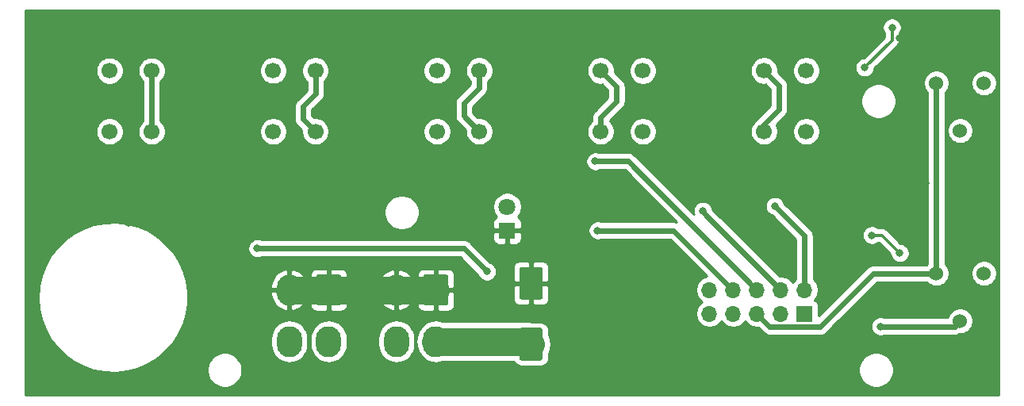
<source format=gbr>
G04 #@! TF.GenerationSoftware,KiCad,Pcbnew,(5.1.9)-1*
G04 #@! TF.CreationDate,2021-09-17T20:53:57-06:00*
G04 #@! TF.ProjectId,RWR_Control_Panel V2,5257525f-436f-46e7-9472-6f6c5f50616e,-*
G04 #@! TF.SameCoordinates,Original*
G04 #@! TF.FileFunction,Copper,L2,Bot*
G04 #@! TF.FilePolarity,Positive*
%FSLAX46Y46*%
G04 Gerber Fmt 4.6, Leading zero omitted, Abs format (unit mm)*
G04 Created by KiCad (PCBNEW (5.1.9)-1) date 2021-09-17 20:53:57*
%MOMM*%
%LPD*%
G01*
G04 APERTURE LIST*
G04 #@! TA.AperFunction,ComponentPad*
%ADD10C,1.700000*%
G04 #@! TD*
G04 #@! TA.AperFunction,ComponentPad*
%ADD11C,1.524000*%
G04 #@! TD*
G04 #@! TA.AperFunction,ComponentPad*
%ADD12O,1.700000X1.700000*%
G04 #@! TD*
G04 #@! TA.AperFunction,ComponentPad*
%ADD13R,1.700000X1.700000*%
G04 #@! TD*
G04 #@! TA.AperFunction,ComponentPad*
%ADD14O,2.700000X3.300000*%
G04 #@! TD*
G04 #@! TA.AperFunction,ComponentPad*
%ADD15C,1.800000*%
G04 #@! TD*
G04 #@! TA.AperFunction,ComponentPad*
%ADD16R,1.800000X1.800000*%
G04 #@! TD*
G04 #@! TA.AperFunction,ViaPad*
%ADD17C,0.800000*%
G04 #@! TD*
G04 #@! TA.AperFunction,Conductor*
%ADD18C,3.000000*%
G04 #@! TD*
G04 #@! TA.AperFunction,Conductor*
%ADD19C,0.609600*%
G04 #@! TD*
G04 #@! TA.AperFunction,Conductor*
%ADD20C,0.304800*%
G04 #@! TD*
G04 #@! TA.AperFunction,Conductor*
%ADD21C,0.254000*%
G04 #@! TD*
G04 #@! TA.AperFunction,Conductor*
%ADD22C,0.100000*%
G04 #@! TD*
G04 APERTURE END LIST*
D10*
X206221280Y-95175535D03*
X206221280Y-88675535D03*
X210721280Y-95175535D03*
X210721280Y-88675535D03*
X188784181Y-95175535D03*
X188784181Y-88675535D03*
X193284181Y-95175535D03*
X193284181Y-88675535D03*
X175817482Y-88673135D03*
X175817482Y-95173135D03*
X171317482Y-88673135D03*
X171317482Y-95173135D03*
X158329581Y-88673135D03*
X158329581Y-95173135D03*
X153829581Y-88673135D03*
X153829581Y-95173135D03*
X140854381Y-88685835D03*
X140854381Y-95185835D03*
X136354381Y-88685835D03*
X136354381Y-95185835D03*
D11*
X229690881Y-110339335D03*
X227150881Y-115419335D03*
X224610881Y-110339335D03*
X229690881Y-90019335D03*
X227150881Y-95099335D03*
X224610881Y-90019335D03*
D12*
X200395608Y-112095561D03*
X200395608Y-114635561D03*
X202935608Y-112095561D03*
X202935608Y-114635561D03*
X205475608Y-112095561D03*
X205475608Y-114635561D03*
X208015608Y-112095561D03*
X208015608Y-114635561D03*
X210555608Y-112095561D03*
D13*
X210555608Y-114635561D03*
D14*
X166985608Y-117595561D03*
X171185608Y-117595561D03*
X166985608Y-112095561D03*
G04 #@! TA.AperFunction,ComponentPad*
G36*
G01*
X172535608Y-110695562D02*
X172535608Y-113495560D01*
G75*
G02*
X172285607Y-113745561I-250001J0D01*
G01*
X170085609Y-113745561D01*
G75*
G02*
X169835608Y-113495560I0J250001D01*
G01*
X169835608Y-110695562D01*
G75*
G02*
X170085609Y-110445561I250001J0D01*
G01*
X172285607Y-110445561D01*
G75*
G02*
X172535608Y-110695562I0J-250001D01*
G01*
G37*
G04 #@! TD.AperFunction*
X155555608Y-117595561D03*
X159755608Y-117595561D03*
X155555608Y-112095561D03*
G04 #@! TA.AperFunction,ComponentPad*
G36*
G01*
X161105608Y-110695562D02*
X161105608Y-113495560D01*
G75*
G02*
X160855607Y-113745561I-250001J0D01*
G01*
X158655609Y-113745561D01*
G75*
G02*
X158405608Y-113495560I0J250001D01*
G01*
X158405608Y-110695562D01*
G75*
G02*
X158655609Y-110445561I250001J0D01*
G01*
X160855607Y-110445561D01*
G75*
G02*
X161105608Y-110695562I0J-250001D01*
G01*
G37*
G04 #@! TD.AperFunction*
D15*
X178805608Y-103205561D03*
D16*
X178805608Y-105745561D03*
G04 #@! TA.AperFunction,SMDPad,CuDef*
G36*
G01*
X180345608Y-116135561D02*
X182345608Y-116135561D01*
G75*
G02*
X182595608Y-116385561I0J-250000D01*
G01*
X182595608Y-119385561D01*
G75*
G02*
X182345608Y-119635561I-250000J0D01*
G01*
X180345608Y-119635561D01*
G75*
G02*
X180095608Y-119385561I0J250000D01*
G01*
X180095608Y-116385561D01*
G75*
G02*
X180345608Y-116135561I250000J0D01*
G01*
G37*
G04 #@! TD.AperFunction*
G04 #@! TA.AperFunction,SMDPad,CuDef*
G36*
G01*
X180345608Y-109635561D02*
X182345608Y-109635561D01*
G75*
G02*
X182595608Y-109885561I0J-250000D01*
G01*
X182595608Y-112885561D01*
G75*
G02*
X182345608Y-113135561I-250000J0D01*
G01*
X180345608Y-113135561D01*
G75*
G02*
X180095608Y-112885561I0J250000D01*
G01*
X180095608Y-109885561D01*
G75*
G02*
X180345608Y-109635561I250000J0D01*
G01*
G37*
G04 #@! TD.AperFunction*
D17*
X188195459Y-98363751D03*
X188457608Y-105745561D03*
X176646608Y-110127061D03*
X152135608Y-107650561D03*
X199697108Y-103650061D03*
X207380608Y-103142061D03*
X128672630Y-115028084D03*
X131877130Y-106251584D03*
X138409630Y-104910084D03*
X135258665Y-102473049D03*
X135295408Y-97007961D03*
X142051808Y-86809861D03*
X135394040Y-91251426D03*
X142338923Y-92288546D03*
X223509608Y-100729061D03*
X227319608Y-100729061D03*
X231002608Y-100665561D03*
X228208608Y-85298561D03*
X224525608Y-85362061D03*
X220715608Y-85235061D03*
X212016108Y-87013061D03*
X205983608Y-90505561D03*
X205031108Y-97173061D03*
X211127108Y-93299561D03*
X194426608Y-86949561D03*
X188648108Y-90569061D03*
X187822608Y-97236561D03*
X193474108Y-93045561D03*
X176011608Y-93236061D03*
X176710108Y-86949561D03*
X171058608Y-90569061D03*
X170106108Y-97300061D03*
X158993608Y-87013061D03*
X153469108Y-90505561D03*
X152643608Y-97300061D03*
X158358608Y-93236061D03*
X219872970Y-84074923D03*
X216969108Y-88346561D03*
X217731108Y-106253561D03*
X220715608Y-108158561D03*
X218641409Y-115990362D03*
D18*
X181055608Y-117595561D02*
X181345608Y-117885561D01*
X171185608Y-117595561D02*
X181055608Y-117595561D01*
D19*
X205475608Y-112095561D02*
X191743798Y-98363751D01*
X191743798Y-98363751D02*
X188195459Y-98363751D01*
X175817482Y-88673135D02*
X175817482Y-90509187D01*
X175817482Y-90509187D02*
X174170108Y-92156561D01*
X174170108Y-93525761D02*
X175817482Y-95173135D01*
X174170108Y-92156561D02*
X174170108Y-93525761D01*
X158329581Y-88673135D02*
X158329581Y-91169588D01*
X158329581Y-91169588D02*
X157025108Y-92474061D01*
X157025108Y-93868662D02*
X158329581Y-95173135D01*
X157025108Y-92474061D02*
X157025108Y-93868662D01*
X196585608Y-105745561D02*
X188457608Y-105745561D01*
X202935608Y-112095561D02*
X196585608Y-105745561D01*
X176646608Y-110127061D02*
X174170108Y-107650561D01*
X174170108Y-107650561D02*
X152135608Y-107650561D01*
X140854381Y-95185835D02*
X140854381Y-88685835D01*
X199697108Y-103777061D02*
X199697108Y-103650061D01*
X208015608Y-112095561D02*
X199697108Y-103777061D01*
X188784181Y-95175535D02*
X188784181Y-93671488D01*
X188784181Y-93671488D02*
X190489608Y-91966061D01*
X190489608Y-90380962D02*
X188784181Y-88675535D01*
X190489608Y-91966061D02*
X190489608Y-90380962D01*
X210555608Y-106317061D02*
X207380608Y-103142061D01*
X210555608Y-112095561D02*
X210555608Y-106317061D01*
X206221280Y-88675535D02*
X207825108Y-90279363D01*
X207825108Y-90279363D02*
X207825108Y-92791561D01*
X206221280Y-94395389D02*
X206221280Y-95175535D01*
X207825108Y-92791561D02*
X206221280Y-94395389D01*
D18*
X171185608Y-112095561D02*
X166985608Y-112095561D01*
X166985608Y-112095561D02*
X159755608Y-112095561D01*
X159755608Y-112095561D02*
X155555608Y-112095561D01*
D20*
X219872970Y-84074923D02*
X219872970Y-84299699D01*
X219872970Y-85442699D02*
X216969108Y-88346561D01*
X219872970Y-84074923D02*
X219872970Y-85442699D01*
X218810608Y-106253561D02*
X220715608Y-108158561D01*
X217731108Y-106253561D02*
X218810608Y-106253561D01*
D19*
X226579854Y-115990362D02*
X227150881Y-115419335D01*
X218641409Y-115990362D02*
X226579854Y-115990362D01*
X224610881Y-90019335D02*
X224610881Y-110339335D01*
X206830409Y-115990362D02*
X212248807Y-115990362D01*
X205475608Y-114635561D02*
X206830409Y-115990362D01*
X217899834Y-110339335D02*
X224610881Y-110339335D01*
X212248807Y-115990362D02*
X217899834Y-110339335D01*
D21*
X231253381Y-123331834D02*
X127395608Y-123331834D01*
X127395608Y-112879334D01*
X128696882Y-112879334D01*
X128782455Y-114048511D01*
X129037349Y-115192770D01*
X129456133Y-116287721D01*
X130029880Y-117310029D01*
X130746361Y-118237904D01*
X131590308Y-119051571D01*
X132543731Y-119733687D01*
X133586311Y-120269714D01*
X134695827Y-120648228D01*
X135848631Y-120861162D01*
X137020154Y-120903977D01*
X138185426Y-120775760D01*
X139319612Y-120479245D01*
X139335653Y-120472428D01*
X146748132Y-120472428D01*
X146748132Y-120843740D01*
X146820571Y-121207918D01*
X146962666Y-121550966D01*
X147168957Y-121859702D01*
X147431514Y-122122259D01*
X147740250Y-122328550D01*
X148083298Y-122470645D01*
X148447476Y-122543084D01*
X148818788Y-122543084D01*
X149182966Y-122470645D01*
X149526014Y-122328550D01*
X149834750Y-122122259D01*
X150097307Y-121859702D01*
X150303598Y-121550966D01*
X150445693Y-121207918D01*
X150518132Y-120843740D01*
X150518132Y-120472428D01*
X216280630Y-120472428D01*
X216280630Y-120843740D01*
X216353069Y-121207918D01*
X216495164Y-121550966D01*
X216701455Y-121859702D01*
X216964012Y-122122259D01*
X217272748Y-122328550D01*
X217615796Y-122470645D01*
X217979974Y-122543084D01*
X218351286Y-122543084D01*
X218715464Y-122470645D01*
X219058512Y-122328550D01*
X219367248Y-122122259D01*
X219629805Y-121859702D01*
X219836096Y-121550966D01*
X219978191Y-121207918D01*
X220050630Y-120843740D01*
X220050630Y-120472428D01*
X219978191Y-120108250D01*
X219836096Y-119765202D01*
X219629805Y-119456466D01*
X219367248Y-119193909D01*
X219058512Y-118987618D01*
X218715464Y-118845523D01*
X218351286Y-118773084D01*
X217979974Y-118773084D01*
X217615796Y-118845523D01*
X217272748Y-118987618D01*
X216964012Y-119193909D01*
X216701455Y-119456466D01*
X216495164Y-119765202D01*
X216353069Y-120108250D01*
X216280630Y-120472428D01*
X150518132Y-120472428D01*
X150445693Y-120108250D01*
X150303598Y-119765202D01*
X150097307Y-119456466D01*
X149834750Y-119193909D01*
X149526014Y-118987618D01*
X149182966Y-118845523D01*
X148818788Y-118773084D01*
X148447476Y-118773084D01*
X148083298Y-118845523D01*
X147740250Y-118987618D01*
X147431514Y-119193909D01*
X147168957Y-119456466D01*
X146962666Y-119765202D01*
X146820571Y-120108250D01*
X146748132Y-120472428D01*
X139335653Y-120472428D01*
X140398538Y-120020751D01*
X141399209Y-119410051D01*
X142300298Y-118660159D01*
X143082599Y-117787059D01*
X143472282Y-117198051D01*
X153570608Y-117198051D01*
X153570608Y-117993070D01*
X153599330Y-118284688D01*
X153712834Y-118658862D01*
X153897155Y-119003704D01*
X154145210Y-119305959D01*
X154447465Y-119554014D01*
X154792306Y-119738335D01*
X155166480Y-119851839D01*
X155555608Y-119890165D01*
X155944735Y-119851839D01*
X156318909Y-119738335D01*
X156663751Y-119554014D01*
X156966006Y-119305959D01*
X157214061Y-119003704D01*
X157398382Y-118658863D01*
X157511886Y-118284689D01*
X157540608Y-117993071D01*
X157540608Y-117198052D01*
X157540608Y-117198051D01*
X157770608Y-117198051D01*
X157770608Y-117993070D01*
X157799330Y-118284688D01*
X157912834Y-118658862D01*
X158097155Y-119003704D01*
X158345210Y-119305959D01*
X158647465Y-119554014D01*
X158992306Y-119738335D01*
X159366480Y-119851839D01*
X159755608Y-119890165D01*
X160144735Y-119851839D01*
X160518909Y-119738335D01*
X160863751Y-119554014D01*
X161166006Y-119305959D01*
X161414061Y-119003704D01*
X161598382Y-118658863D01*
X161711886Y-118284689D01*
X161740608Y-117993071D01*
X161740608Y-117198052D01*
X161740608Y-117198051D01*
X165000608Y-117198051D01*
X165000608Y-117993070D01*
X165029330Y-118284688D01*
X165142834Y-118658862D01*
X165327155Y-119003704D01*
X165575210Y-119305959D01*
X165877465Y-119554014D01*
X166222306Y-119738335D01*
X166596480Y-119851839D01*
X166985608Y-119890165D01*
X167374735Y-119851839D01*
X167748909Y-119738335D01*
X168093751Y-119554014D01*
X168396006Y-119305959D01*
X168644061Y-119003704D01*
X168828382Y-118658863D01*
X168941886Y-118284689D01*
X168970608Y-117993071D01*
X168970608Y-117595561D01*
X169040278Y-117595561D01*
X169081500Y-118014094D01*
X169203582Y-118416543D01*
X169401831Y-118787442D01*
X169429735Y-118821443D01*
X169527155Y-119003704D01*
X169775210Y-119305959D01*
X170077465Y-119554014D01*
X170422306Y-119738335D01*
X170796480Y-119851839D01*
X171185608Y-119890165D01*
X171574735Y-119851839D01*
X171948909Y-119738335D01*
X171963453Y-119730561D01*
X179527889Y-119730561D01*
X179607203Y-119878947D01*
X179717646Y-120013523D01*
X179852222Y-120123966D01*
X180005758Y-120206033D01*
X180172354Y-120256569D01*
X180345608Y-120273633D01*
X182345608Y-120273633D01*
X182518862Y-120256569D01*
X182685458Y-120206033D01*
X182838994Y-120123966D01*
X182973570Y-120013523D01*
X183084013Y-119878947D01*
X183166080Y-119725411D01*
X183216616Y-119558815D01*
X183233680Y-119385561D01*
X183233680Y-118882318D01*
X183327634Y-118706543D01*
X183449715Y-118304094D01*
X183490937Y-117885561D01*
X183449715Y-117467028D01*
X183327634Y-117064579D01*
X183233680Y-116888804D01*
X183233680Y-116385561D01*
X183216616Y-116212307D01*
X183166080Y-116045711D01*
X183084013Y-115892175D01*
X182973570Y-115757599D01*
X182838994Y-115647156D01*
X182685458Y-115565089D01*
X182518862Y-115514553D01*
X182345608Y-115497489D01*
X181494039Y-115497489D01*
X181474141Y-115491453D01*
X181160490Y-115460561D01*
X181160480Y-115460561D01*
X181055608Y-115450232D01*
X180950736Y-115460561D01*
X171963454Y-115460561D01*
X171948910Y-115452787D01*
X171574736Y-115339283D01*
X171185608Y-115300957D01*
X170796481Y-115339283D01*
X170422307Y-115452787D01*
X170077466Y-115637108D01*
X169775211Y-115885163D01*
X169527155Y-116187418D01*
X169429734Y-116369680D01*
X169401831Y-116403680D01*
X169203582Y-116774579D01*
X169081500Y-117177028D01*
X169040278Y-117595561D01*
X168970608Y-117595561D01*
X168970608Y-117198052D01*
X168941886Y-116906434D01*
X168828382Y-116532259D01*
X168644061Y-116187418D01*
X168396006Y-115885163D01*
X168093751Y-115637108D01*
X167748910Y-115452787D01*
X167374736Y-115339283D01*
X166985608Y-115300957D01*
X166596481Y-115339283D01*
X166222307Y-115452787D01*
X165877466Y-115637108D01*
X165575211Y-115885163D01*
X165327155Y-116187418D01*
X165142834Y-116532259D01*
X165029330Y-116906433D01*
X165000608Y-117198051D01*
X161740608Y-117198051D01*
X161711886Y-116906434D01*
X161598382Y-116532259D01*
X161414061Y-116187418D01*
X161166006Y-115885163D01*
X160863751Y-115637108D01*
X160518910Y-115452787D01*
X160144736Y-115339283D01*
X159755608Y-115300957D01*
X159366481Y-115339283D01*
X158992307Y-115452787D01*
X158647466Y-115637108D01*
X158345211Y-115885163D01*
X158097155Y-116187418D01*
X157912834Y-116532259D01*
X157799330Y-116906433D01*
X157770608Y-117198051D01*
X157540608Y-117198051D01*
X157511886Y-116906434D01*
X157398382Y-116532259D01*
X157214061Y-116187418D01*
X156966006Y-115885163D01*
X156663751Y-115637108D01*
X156318910Y-115452787D01*
X155944736Y-115339283D01*
X155555608Y-115300957D01*
X155166481Y-115339283D01*
X154792307Y-115452787D01*
X154447466Y-115637108D01*
X154145211Y-115885163D01*
X153897155Y-116187418D01*
X153712834Y-116532259D01*
X153599330Y-116906433D01*
X153570608Y-117198051D01*
X143472282Y-117198051D01*
X143729439Y-116809359D01*
X144227031Y-115747898D01*
X144564771Y-114625298D01*
X144735460Y-113465486D01*
X144735460Y-112293182D01*
X144725067Y-112222561D01*
X153570608Y-112222561D01*
X153570608Y-112522561D01*
X153633526Y-112907375D01*
X153770308Y-113272520D01*
X153975698Y-113603964D01*
X154241803Y-113888970D01*
X154558397Y-114116585D01*
X154913313Y-114278062D01*
X155120285Y-114332238D01*
X155428608Y-114217390D01*
X155428608Y-112222561D01*
X155682608Y-112222561D01*
X155682608Y-114217390D01*
X155990931Y-114332238D01*
X156197903Y-114278062D01*
X156552819Y-114116585D01*
X156869413Y-113888970D01*
X157003311Y-113745561D01*
X157767536Y-113745561D01*
X157779796Y-113870043D01*
X157816106Y-113989741D01*
X157875071Y-114100055D01*
X157954423Y-114196746D01*
X158051114Y-114276098D01*
X158161428Y-114335063D01*
X158281126Y-114371373D01*
X158405608Y-114383633D01*
X159469858Y-114380561D01*
X159628608Y-114221811D01*
X159628608Y-112222561D01*
X159882608Y-112222561D01*
X159882608Y-114221811D01*
X160041358Y-114380561D01*
X161105608Y-114383633D01*
X161230090Y-114371373D01*
X161349788Y-114335063D01*
X161460102Y-114276098D01*
X161556793Y-114196746D01*
X161636145Y-114100055D01*
X161695110Y-113989741D01*
X161731420Y-113870043D01*
X161743680Y-113745561D01*
X161740608Y-112381311D01*
X161581858Y-112222561D01*
X165000608Y-112222561D01*
X165000608Y-112522561D01*
X165063526Y-112907375D01*
X165200308Y-113272520D01*
X165405698Y-113603964D01*
X165671803Y-113888970D01*
X165988397Y-114116585D01*
X166343313Y-114278062D01*
X166550285Y-114332238D01*
X166858608Y-114217390D01*
X166858608Y-112222561D01*
X167112608Y-112222561D01*
X167112608Y-114217390D01*
X167420931Y-114332238D01*
X167627903Y-114278062D01*
X167982819Y-114116585D01*
X168299413Y-113888970D01*
X168433311Y-113745561D01*
X169197536Y-113745561D01*
X169209796Y-113870043D01*
X169246106Y-113989741D01*
X169305071Y-114100055D01*
X169384423Y-114196746D01*
X169481114Y-114276098D01*
X169591428Y-114335063D01*
X169711126Y-114371373D01*
X169835608Y-114383633D01*
X170899858Y-114380561D01*
X171058608Y-114221811D01*
X171058608Y-112222561D01*
X171312608Y-112222561D01*
X171312608Y-114221811D01*
X171471358Y-114380561D01*
X172535608Y-114383633D01*
X172660090Y-114371373D01*
X172779788Y-114335063D01*
X172890102Y-114276098D01*
X172986793Y-114196746D01*
X173066145Y-114100055D01*
X173125110Y-113989741D01*
X173161420Y-113870043D01*
X173173680Y-113745561D01*
X173172307Y-113135561D01*
X179457536Y-113135561D01*
X179469796Y-113260043D01*
X179506106Y-113379741D01*
X179565071Y-113490055D01*
X179644423Y-113586746D01*
X179741114Y-113666098D01*
X179851428Y-113725063D01*
X179971126Y-113761373D01*
X180095608Y-113773633D01*
X181059858Y-113770561D01*
X181218608Y-113611811D01*
X181218608Y-111512561D01*
X181472608Y-111512561D01*
X181472608Y-113611811D01*
X181631358Y-113770561D01*
X182595608Y-113773633D01*
X182720090Y-113761373D01*
X182839788Y-113725063D01*
X182950102Y-113666098D01*
X183046793Y-113586746D01*
X183126145Y-113490055D01*
X183185110Y-113379741D01*
X183221420Y-113260043D01*
X183233680Y-113135561D01*
X183230608Y-111671311D01*
X183071858Y-111512561D01*
X181472608Y-111512561D01*
X181218608Y-111512561D01*
X179619358Y-111512561D01*
X179460608Y-111671311D01*
X179457536Y-113135561D01*
X173172307Y-113135561D01*
X173170608Y-112381311D01*
X173011858Y-112222561D01*
X171312608Y-112222561D01*
X171058608Y-112222561D01*
X169359358Y-112222561D01*
X169200608Y-112381311D01*
X169197536Y-113745561D01*
X168433311Y-113745561D01*
X168565518Y-113603964D01*
X168770908Y-113272520D01*
X168907690Y-112907375D01*
X168970608Y-112522561D01*
X168970608Y-112222561D01*
X167112608Y-112222561D01*
X166858608Y-112222561D01*
X165000608Y-112222561D01*
X161581858Y-112222561D01*
X159882608Y-112222561D01*
X159628608Y-112222561D01*
X157929358Y-112222561D01*
X157770608Y-112381311D01*
X157767536Y-113745561D01*
X157003311Y-113745561D01*
X157135518Y-113603964D01*
X157340908Y-113272520D01*
X157477690Y-112907375D01*
X157540608Y-112522561D01*
X157540608Y-112222561D01*
X155682608Y-112222561D01*
X155428608Y-112222561D01*
X153570608Y-112222561D01*
X144725067Y-112222561D01*
X144643535Y-111668561D01*
X153570608Y-111668561D01*
X153570608Y-111968561D01*
X155428608Y-111968561D01*
X155428608Y-109973732D01*
X155682608Y-109973732D01*
X155682608Y-111968561D01*
X157540608Y-111968561D01*
X157540608Y-111668561D01*
X157477690Y-111283747D01*
X157340908Y-110918602D01*
X157135518Y-110587158D01*
X157003312Y-110445561D01*
X157767536Y-110445561D01*
X157770608Y-111809811D01*
X157929358Y-111968561D01*
X159628608Y-111968561D01*
X159628608Y-109969311D01*
X159882608Y-109969311D01*
X159882608Y-111968561D01*
X161581858Y-111968561D01*
X161740608Y-111809811D01*
X161740926Y-111668561D01*
X165000608Y-111668561D01*
X165000608Y-111968561D01*
X166858608Y-111968561D01*
X166858608Y-109973732D01*
X167112608Y-109973732D01*
X167112608Y-111968561D01*
X168970608Y-111968561D01*
X168970608Y-111668561D01*
X168907690Y-111283747D01*
X168770908Y-110918602D01*
X168565518Y-110587158D01*
X168433312Y-110445561D01*
X169197536Y-110445561D01*
X169200608Y-111809811D01*
X169359358Y-111968561D01*
X171058608Y-111968561D01*
X171058608Y-109969311D01*
X171312608Y-109969311D01*
X171312608Y-111968561D01*
X173011858Y-111968561D01*
X173170608Y-111809811D01*
X173173680Y-110445561D01*
X173161420Y-110321079D01*
X173125110Y-110201381D01*
X173066145Y-110091067D01*
X172986793Y-109994376D01*
X172890102Y-109915024D01*
X172779788Y-109856059D01*
X172660090Y-109819749D01*
X172535608Y-109807489D01*
X171471358Y-109810561D01*
X171312608Y-109969311D01*
X171058608Y-109969311D01*
X170899858Y-109810561D01*
X169835608Y-109807489D01*
X169711126Y-109819749D01*
X169591428Y-109856059D01*
X169481114Y-109915024D01*
X169384423Y-109994376D01*
X169305071Y-110091067D01*
X169246106Y-110201381D01*
X169209796Y-110321079D01*
X169197536Y-110445561D01*
X168433312Y-110445561D01*
X168299413Y-110302152D01*
X167982819Y-110074537D01*
X167627903Y-109913060D01*
X167420931Y-109858884D01*
X167112608Y-109973732D01*
X166858608Y-109973732D01*
X166550285Y-109858884D01*
X166343313Y-109913060D01*
X165988397Y-110074537D01*
X165671803Y-110302152D01*
X165405698Y-110587158D01*
X165200308Y-110918602D01*
X165063526Y-111283747D01*
X165000608Y-111668561D01*
X161740926Y-111668561D01*
X161743680Y-110445561D01*
X161731420Y-110321079D01*
X161695110Y-110201381D01*
X161636145Y-110091067D01*
X161556793Y-109994376D01*
X161460102Y-109915024D01*
X161349788Y-109856059D01*
X161230090Y-109819749D01*
X161105608Y-109807489D01*
X160041358Y-109810561D01*
X159882608Y-109969311D01*
X159628608Y-109969311D01*
X159469858Y-109810561D01*
X158405608Y-109807489D01*
X158281126Y-109819749D01*
X158161428Y-109856059D01*
X158051114Y-109915024D01*
X157954423Y-109994376D01*
X157875071Y-110091067D01*
X157816106Y-110201381D01*
X157779796Y-110321079D01*
X157767536Y-110445561D01*
X157003312Y-110445561D01*
X156869413Y-110302152D01*
X156552819Y-110074537D01*
X156197903Y-109913060D01*
X155990931Y-109858884D01*
X155682608Y-109973732D01*
X155428608Y-109973732D01*
X155120285Y-109858884D01*
X154913313Y-109913060D01*
X154558397Y-110074537D01*
X154241803Y-110302152D01*
X153975698Y-110587158D01*
X153770308Y-110918602D01*
X153633526Y-111283747D01*
X153570608Y-111668561D01*
X144643535Y-111668561D01*
X144564771Y-111133370D01*
X144227031Y-110010770D01*
X143729439Y-108949309D01*
X143082599Y-107971609D01*
X142703602Y-107548622D01*
X151100608Y-107548622D01*
X151100608Y-107752500D01*
X151140382Y-107952459D01*
X151218403Y-108140817D01*
X151331671Y-108310335D01*
X151475834Y-108454498D01*
X151645352Y-108567766D01*
X151833710Y-108645787D01*
X152033669Y-108685561D01*
X152237547Y-108685561D01*
X152437506Y-108645787D01*
X152571315Y-108590361D01*
X173780832Y-108590361D01*
X175673977Y-110483508D01*
X175729403Y-110617317D01*
X175842671Y-110786835D01*
X175986834Y-110930998D01*
X176156352Y-111044266D01*
X176344710Y-111122287D01*
X176544669Y-111162061D01*
X176748547Y-111162061D01*
X176948506Y-111122287D01*
X177136864Y-111044266D01*
X177306382Y-110930998D01*
X177450545Y-110786835D01*
X177563813Y-110617317D01*
X177641834Y-110428959D01*
X177681608Y-110229000D01*
X177681608Y-110025122D01*
X177641834Y-109825163D01*
X177563813Y-109636805D01*
X177562982Y-109635561D01*
X179457536Y-109635561D01*
X179460608Y-111099811D01*
X179619358Y-111258561D01*
X181218608Y-111258561D01*
X181218608Y-109159311D01*
X181472608Y-109159311D01*
X181472608Y-111258561D01*
X183071858Y-111258561D01*
X183230608Y-111099811D01*
X183233680Y-109635561D01*
X183221420Y-109511079D01*
X183185110Y-109391381D01*
X183126145Y-109281067D01*
X183046793Y-109184376D01*
X182950102Y-109105024D01*
X182839788Y-109046059D01*
X182720090Y-109009749D01*
X182595608Y-108997489D01*
X181631358Y-109000561D01*
X181472608Y-109159311D01*
X181218608Y-109159311D01*
X181059858Y-109000561D01*
X180095608Y-108997489D01*
X179971126Y-109009749D01*
X179851428Y-109046059D01*
X179741114Y-109105024D01*
X179644423Y-109184376D01*
X179565071Y-109281067D01*
X179506106Y-109391381D01*
X179469796Y-109511079D01*
X179457536Y-109635561D01*
X177562982Y-109635561D01*
X177450545Y-109467287D01*
X177306382Y-109323124D01*
X177136864Y-109209856D01*
X177003055Y-109154430D01*
X174867299Y-107018676D01*
X174837862Y-106982807D01*
X174694759Y-106865365D01*
X174531494Y-106778098D01*
X174354341Y-106724359D01*
X174216275Y-106710761D01*
X174216265Y-106710761D01*
X174170108Y-106706215D01*
X174123951Y-106710761D01*
X152571315Y-106710761D01*
X152437506Y-106655335D01*
X152388369Y-106645561D01*
X177267536Y-106645561D01*
X177279796Y-106770043D01*
X177316106Y-106889741D01*
X177375071Y-107000055D01*
X177454423Y-107096746D01*
X177551114Y-107176098D01*
X177661428Y-107235063D01*
X177781126Y-107271373D01*
X177905608Y-107283633D01*
X178519858Y-107280561D01*
X178678608Y-107121811D01*
X178678608Y-105872561D01*
X178932608Y-105872561D01*
X178932608Y-107121811D01*
X179091358Y-107280561D01*
X179705608Y-107283633D01*
X179830090Y-107271373D01*
X179949788Y-107235063D01*
X180060102Y-107176098D01*
X180156793Y-107096746D01*
X180236145Y-107000055D01*
X180295110Y-106889741D01*
X180331420Y-106770043D01*
X180343680Y-106645561D01*
X180340608Y-106031311D01*
X180181858Y-105872561D01*
X178932608Y-105872561D01*
X178678608Y-105872561D01*
X177429358Y-105872561D01*
X177270608Y-106031311D01*
X177267536Y-106645561D01*
X152388369Y-106645561D01*
X152237547Y-106615561D01*
X152033669Y-106615561D01*
X151833710Y-106655335D01*
X151645352Y-106733356D01*
X151475834Y-106846624D01*
X151331671Y-106990787D01*
X151218403Y-107160305D01*
X151140382Y-107348663D01*
X151100608Y-107548622D01*
X142703602Y-107548622D01*
X142300298Y-107098509D01*
X141399209Y-106348617D01*
X140398538Y-105737917D01*
X139319612Y-105279423D01*
X138185426Y-104982908D01*
X137020154Y-104854691D01*
X135848631Y-104897506D01*
X134695827Y-105110440D01*
X133586311Y-105488954D01*
X132543731Y-106024981D01*
X131590308Y-106707097D01*
X130746361Y-107520764D01*
X130029880Y-108448639D01*
X129456133Y-109470947D01*
X129037349Y-110565898D01*
X128782455Y-111710157D01*
X128696882Y-112879334D01*
X127395608Y-112879334D01*
X127395608Y-103644929D01*
X165648132Y-103644929D01*
X165648132Y-104016241D01*
X165720571Y-104380419D01*
X165862666Y-104723467D01*
X166068957Y-105032203D01*
X166331514Y-105294760D01*
X166640250Y-105501051D01*
X166983298Y-105643146D01*
X167347476Y-105715585D01*
X167718788Y-105715585D01*
X168082966Y-105643146D01*
X168426014Y-105501051D01*
X168734750Y-105294760D01*
X168997307Y-105032203D01*
X169122017Y-104845561D01*
X177267536Y-104845561D01*
X177270608Y-105459811D01*
X177429358Y-105618561D01*
X178678608Y-105618561D01*
X178678608Y-105598561D01*
X178932608Y-105598561D01*
X178932608Y-105618561D01*
X180181858Y-105618561D01*
X180340608Y-105459811D01*
X180343680Y-104845561D01*
X180331420Y-104721079D01*
X180295110Y-104601381D01*
X180236145Y-104491067D01*
X180156793Y-104394376D01*
X180060102Y-104315024D01*
X179949788Y-104256059D01*
X179931481Y-104250505D01*
X179997920Y-104184066D01*
X180165907Y-103932656D01*
X180281619Y-103653304D01*
X180340608Y-103356745D01*
X180340608Y-103054377D01*
X180281619Y-102757818D01*
X180165907Y-102478466D01*
X179997920Y-102227056D01*
X179784113Y-102013249D01*
X179532703Y-101845262D01*
X179253351Y-101729550D01*
X178956792Y-101670561D01*
X178654424Y-101670561D01*
X178357865Y-101729550D01*
X178078513Y-101845262D01*
X177827103Y-102013249D01*
X177613296Y-102227056D01*
X177445309Y-102478466D01*
X177329597Y-102757818D01*
X177270608Y-103054377D01*
X177270608Y-103356745D01*
X177329597Y-103653304D01*
X177445309Y-103932656D01*
X177613296Y-104184066D01*
X177679735Y-104250505D01*
X177661428Y-104256059D01*
X177551114Y-104315024D01*
X177454423Y-104394376D01*
X177375071Y-104491067D01*
X177316106Y-104601381D01*
X177279796Y-104721079D01*
X177267536Y-104845561D01*
X169122017Y-104845561D01*
X169203598Y-104723467D01*
X169345693Y-104380419D01*
X169418132Y-104016241D01*
X169418132Y-103644929D01*
X169345693Y-103280751D01*
X169203598Y-102937703D01*
X168997307Y-102628967D01*
X168734750Y-102366410D01*
X168426014Y-102160119D01*
X168082966Y-102018024D01*
X167718788Y-101945585D01*
X167347476Y-101945585D01*
X166983298Y-102018024D01*
X166640250Y-102160119D01*
X166331514Y-102366410D01*
X166068957Y-102628967D01*
X165862666Y-102937703D01*
X165720571Y-103280751D01*
X165648132Y-103644929D01*
X127395608Y-103644929D01*
X127395608Y-98261812D01*
X187160459Y-98261812D01*
X187160459Y-98465690D01*
X187200233Y-98665649D01*
X187278254Y-98854007D01*
X187391522Y-99023525D01*
X187535685Y-99167688D01*
X187705203Y-99280956D01*
X187893561Y-99358977D01*
X188093520Y-99398751D01*
X188297398Y-99398751D01*
X188497357Y-99358977D01*
X188631166Y-99303551D01*
X191354522Y-99303551D01*
X196914086Y-104863115D01*
X196769841Y-104819359D01*
X196631775Y-104805761D01*
X196631765Y-104805761D01*
X196585608Y-104801215D01*
X196539451Y-104805761D01*
X188893315Y-104805761D01*
X188759506Y-104750335D01*
X188559547Y-104710561D01*
X188355669Y-104710561D01*
X188155710Y-104750335D01*
X187967352Y-104828356D01*
X187797834Y-104941624D01*
X187653671Y-105085787D01*
X187540403Y-105255305D01*
X187462382Y-105443663D01*
X187422608Y-105643622D01*
X187422608Y-105847500D01*
X187462382Y-106047459D01*
X187540403Y-106235817D01*
X187653671Y-106405335D01*
X187797834Y-106549498D01*
X187967352Y-106662766D01*
X188155710Y-106740787D01*
X188355669Y-106780561D01*
X188559547Y-106780561D01*
X188759506Y-106740787D01*
X188893315Y-106685361D01*
X196196332Y-106685361D01*
X200142737Y-110631767D01*
X199962450Y-110667629D01*
X199692197Y-110779571D01*
X199448976Y-110942086D01*
X199242133Y-111148929D01*
X199079618Y-111392150D01*
X198967676Y-111662403D01*
X198910608Y-111949301D01*
X198910608Y-112241821D01*
X198967676Y-112528719D01*
X199079618Y-112798972D01*
X199242133Y-113042193D01*
X199448976Y-113249036D01*
X199623368Y-113365561D01*
X199448976Y-113482086D01*
X199242133Y-113688929D01*
X199079618Y-113932150D01*
X198967676Y-114202403D01*
X198910608Y-114489301D01*
X198910608Y-114781821D01*
X198967676Y-115068719D01*
X199079618Y-115338972D01*
X199242133Y-115582193D01*
X199448976Y-115789036D01*
X199692197Y-115951551D01*
X199962450Y-116063493D01*
X200249348Y-116120561D01*
X200541868Y-116120561D01*
X200828766Y-116063493D01*
X201099019Y-115951551D01*
X201342240Y-115789036D01*
X201549083Y-115582193D01*
X201665608Y-115407801D01*
X201782133Y-115582193D01*
X201988976Y-115789036D01*
X202232197Y-115951551D01*
X202502450Y-116063493D01*
X202789348Y-116120561D01*
X203081868Y-116120561D01*
X203368766Y-116063493D01*
X203639019Y-115951551D01*
X203882240Y-115789036D01*
X204089083Y-115582193D01*
X204205608Y-115407801D01*
X204322133Y-115582193D01*
X204528976Y-115789036D01*
X204772197Y-115951551D01*
X205042450Y-116063493D01*
X205329348Y-116120561D01*
X205621868Y-116120561D01*
X205629928Y-116118958D01*
X206133222Y-116622252D01*
X206162655Y-116658116D01*
X206205990Y-116693680D01*
X206305757Y-116775558D01*
X206368995Y-116809359D01*
X206469023Y-116862825D01*
X206646176Y-116916564D01*
X206784242Y-116930162D01*
X206784252Y-116930162D01*
X206830409Y-116934708D01*
X206876566Y-116930162D01*
X212202650Y-116930162D01*
X212248807Y-116934708D01*
X212294964Y-116930162D01*
X212294974Y-116930162D01*
X212433040Y-116916564D01*
X212610193Y-116862825D01*
X212773458Y-116775558D01*
X212916561Y-116658116D01*
X212945998Y-116622247D01*
X213679822Y-115888423D01*
X217606409Y-115888423D01*
X217606409Y-116092301D01*
X217646183Y-116292260D01*
X217724204Y-116480618D01*
X217837472Y-116650136D01*
X217981635Y-116794299D01*
X218151153Y-116907567D01*
X218339511Y-116985588D01*
X218539470Y-117025362D01*
X218743348Y-117025362D01*
X218943307Y-116985588D01*
X219077116Y-116930162D01*
X226533697Y-116930162D01*
X226579854Y-116934708D01*
X226626011Y-116930162D01*
X226626021Y-116930162D01*
X226764087Y-116916564D01*
X226941240Y-116862825D01*
X227028217Y-116816335D01*
X227288473Y-116816335D01*
X227558371Y-116762649D01*
X227812608Y-116657340D01*
X228041416Y-116504455D01*
X228236001Y-116309870D01*
X228388886Y-116081062D01*
X228494195Y-115826825D01*
X228547881Y-115556927D01*
X228547881Y-115281743D01*
X228494195Y-115011845D01*
X228388886Y-114757608D01*
X228236001Y-114528800D01*
X228041416Y-114334215D01*
X227812608Y-114181330D01*
X227558371Y-114076021D01*
X227288473Y-114022335D01*
X227013289Y-114022335D01*
X226743391Y-114076021D01*
X226489154Y-114181330D01*
X226260346Y-114334215D01*
X226065761Y-114528800D01*
X225912876Y-114757608D01*
X225807567Y-115011845D01*
X225799866Y-115050562D01*
X219077116Y-115050562D01*
X218943307Y-114995136D01*
X218743348Y-114955362D01*
X218539470Y-114955362D01*
X218339511Y-114995136D01*
X218151153Y-115073157D01*
X217981635Y-115186425D01*
X217837472Y-115330588D01*
X217724204Y-115500106D01*
X217646183Y-115688464D01*
X217606409Y-115888423D01*
X213679822Y-115888423D01*
X218289111Y-111279135D01*
X223575026Y-111279135D01*
X223720346Y-111424455D01*
X223949154Y-111577340D01*
X224203391Y-111682649D01*
X224473289Y-111736335D01*
X224748473Y-111736335D01*
X225018371Y-111682649D01*
X225272608Y-111577340D01*
X225501416Y-111424455D01*
X225696001Y-111229870D01*
X225848886Y-111001062D01*
X225954195Y-110746825D01*
X226007881Y-110476927D01*
X226007881Y-110201743D01*
X228293881Y-110201743D01*
X228293881Y-110476927D01*
X228347567Y-110746825D01*
X228452876Y-111001062D01*
X228605761Y-111229870D01*
X228800346Y-111424455D01*
X229029154Y-111577340D01*
X229283391Y-111682649D01*
X229553289Y-111736335D01*
X229828473Y-111736335D01*
X230098371Y-111682649D01*
X230352608Y-111577340D01*
X230581416Y-111424455D01*
X230776001Y-111229870D01*
X230928886Y-111001062D01*
X231034195Y-110746825D01*
X231087881Y-110476927D01*
X231087881Y-110201743D01*
X231034195Y-109931845D01*
X230928886Y-109677608D01*
X230776001Y-109448800D01*
X230581416Y-109254215D01*
X230352608Y-109101330D01*
X230098371Y-108996021D01*
X229828473Y-108942335D01*
X229553289Y-108942335D01*
X229283391Y-108996021D01*
X229029154Y-109101330D01*
X228800346Y-109254215D01*
X228605761Y-109448800D01*
X228452876Y-109677608D01*
X228347567Y-109931845D01*
X228293881Y-110201743D01*
X226007881Y-110201743D01*
X225954195Y-109931845D01*
X225848886Y-109677608D01*
X225696001Y-109448800D01*
X225550681Y-109303480D01*
X225550681Y-94961743D01*
X225753881Y-94961743D01*
X225753881Y-95236927D01*
X225807567Y-95506825D01*
X225912876Y-95761062D01*
X226065761Y-95989870D01*
X226260346Y-96184455D01*
X226489154Y-96337340D01*
X226743391Y-96442649D01*
X227013289Y-96496335D01*
X227288473Y-96496335D01*
X227558371Y-96442649D01*
X227812608Y-96337340D01*
X228041416Y-96184455D01*
X228236001Y-95989870D01*
X228388886Y-95761062D01*
X228494195Y-95506825D01*
X228547881Y-95236927D01*
X228547881Y-94961743D01*
X228494195Y-94691845D01*
X228388886Y-94437608D01*
X228236001Y-94208800D01*
X228041416Y-94014215D01*
X227812608Y-93861330D01*
X227558371Y-93756021D01*
X227288473Y-93702335D01*
X227013289Y-93702335D01*
X226743391Y-93756021D01*
X226489154Y-93861330D01*
X226260346Y-94014215D01*
X226065761Y-94208800D01*
X225912876Y-94437608D01*
X225807567Y-94691845D01*
X225753881Y-94961743D01*
X225550681Y-94961743D01*
X225550681Y-91055190D01*
X225696001Y-90909870D01*
X225848886Y-90681062D01*
X225954195Y-90426825D01*
X226007881Y-90156927D01*
X226007881Y-89881743D01*
X228293881Y-89881743D01*
X228293881Y-90156927D01*
X228347567Y-90426825D01*
X228452876Y-90681062D01*
X228605761Y-90909870D01*
X228800346Y-91104455D01*
X229029154Y-91257340D01*
X229283391Y-91362649D01*
X229553289Y-91416335D01*
X229828473Y-91416335D01*
X230098371Y-91362649D01*
X230352608Y-91257340D01*
X230581416Y-91104455D01*
X230776001Y-90909870D01*
X230928886Y-90681062D01*
X231034195Y-90426825D01*
X231087881Y-90156927D01*
X231087881Y-89881743D01*
X231034195Y-89611845D01*
X230928886Y-89357608D01*
X230776001Y-89128800D01*
X230581416Y-88934215D01*
X230352608Y-88781330D01*
X230098371Y-88676021D01*
X229828473Y-88622335D01*
X229553289Y-88622335D01*
X229283391Y-88676021D01*
X229029154Y-88781330D01*
X228800346Y-88934215D01*
X228605761Y-89128800D01*
X228452876Y-89357608D01*
X228347567Y-89611845D01*
X228293881Y-89881743D01*
X226007881Y-89881743D01*
X225954195Y-89611845D01*
X225848886Y-89357608D01*
X225696001Y-89128800D01*
X225501416Y-88934215D01*
X225272608Y-88781330D01*
X225018371Y-88676021D01*
X224748473Y-88622335D01*
X224473289Y-88622335D01*
X224203391Y-88676021D01*
X223949154Y-88781330D01*
X223720346Y-88934215D01*
X223525761Y-89128800D01*
X223372876Y-89357608D01*
X223267567Y-89611845D01*
X223213881Y-89881743D01*
X223213881Y-90156927D01*
X223267567Y-90426825D01*
X223372876Y-90681062D01*
X223525761Y-90909870D01*
X223671081Y-91055190D01*
X223671082Y-109303479D01*
X223575026Y-109399535D01*
X217945990Y-109399535D01*
X217899833Y-109394989D01*
X217853676Y-109399535D01*
X217853667Y-109399535D01*
X217715601Y-109413133D01*
X217538448Y-109466872D01*
X217485512Y-109495167D01*
X217375182Y-109554139D01*
X217316366Y-109602409D01*
X217232080Y-109671581D01*
X217202647Y-109707445D01*
X212043680Y-114866413D01*
X212043680Y-113785561D01*
X212031420Y-113661079D01*
X211995110Y-113541381D01*
X211936145Y-113431067D01*
X211856793Y-113334376D01*
X211760102Y-113255024D01*
X211649788Y-113196059D01*
X211577228Y-113174048D01*
X211709083Y-113042193D01*
X211871598Y-112798972D01*
X211983540Y-112528719D01*
X212040608Y-112241821D01*
X212040608Y-111949301D01*
X211983540Y-111662403D01*
X211871598Y-111392150D01*
X211709083Y-111148929D01*
X211502240Y-110942086D01*
X211495408Y-110937521D01*
X211495408Y-106363217D01*
X211499954Y-106317060D01*
X211495408Y-106270903D01*
X211495408Y-106270894D01*
X211483662Y-106151622D01*
X216696108Y-106151622D01*
X216696108Y-106355500D01*
X216735882Y-106555459D01*
X216813903Y-106743817D01*
X216927171Y-106913335D01*
X217071334Y-107057498D01*
X217240852Y-107170766D01*
X217429210Y-107248787D01*
X217629169Y-107288561D01*
X217833047Y-107288561D01*
X218033006Y-107248787D01*
X218221364Y-107170766D01*
X218390882Y-107057498D01*
X218407419Y-107040961D01*
X218484458Y-107040961D01*
X219680608Y-108237112D01*
X219680608Y-108260500D01*
X219720382Y-108460459D01*
X219798403Y-108648817D01*
X219911671Y-108818335D01*
X220055834Y-108962498D01*
X220225352Y-109075766D01*
X220413710Y-109153787D01*
X220613669Y-109193561D01*
X220817547Y-109193561D01*
X221017506Y-109153787D01*
X221205864Y-109075766D01*
X221375382Y-108962498D01*
X221519545Y-108818335D01*
X221632813Y-108648817D01*
X221710834Y-108460459D01*
X221750608Y-108260500D01*
X221750608Y-108056622D01*
X221710834Y-107856663D01*
X221632813Y-107668305D01*
X221519545Y-107498787D01*
X221375382Y-107354624D01*
X221205864Y-107241356D01*
X221017506Y-107163335D01*
X220817547Y-107123561D01*
X220794159Y-107123561D01*
X219394736Y-105724139D01*
X219370077Y-105694092D01*
X219250180Y-105595695D01*
X219113391Y-105522579D01*
X218964965Y-105477555D01*
X218849281Y-105466161D01*
X218849271Y-105466161D01*
X218810608Y-105462353D01*
X218771945Y-105466161D01*
X218407419Y-105466161D01*
X218390882Y-105449624D01*
X218221364Y-105336356D01*
X218033006Y-105258335D01*
X217833047Y-105218561D01*
X217629169Y-105218561D01*
X217429210Y-105258335D01*
X217240852Y-105336356D01*
X217071334Y-105449624D01*
X216927171Y-105593787D01*
X216813903Y-105763305D01*
X216735882Y-105951663D01*
X216696108Y-106151622D01*
X211483662Y-106151622D01*
X211481810Y-106132828D01*
X211428071Y-105955675D01*
X211370250Y-105847500D01*
X211340804Y-105792409D01*
X211260116Y-105694092D01*
X211223362Y-105649307D01*
X211187498Y-105619874D01*
X208353240Y-102785617D01*
X208297813Y-102651805D01*
X208184545Y-102482287D01*
X208040382Y-102338124D01*
X207870864Y-102224856D01*
X207682506Y-102146835D01*
X207482547Y-102107061D01*
X207278669Y-102107061D01*
X207078710Y-102146835D01*
X206890352Y-102224856D01*
X206720834Y-102338124D01*
X206576671Y-102482287D01*
X206463403Y-102651805D01*
X206385382Y-102840163D01*
X206345608Y-103040122D01*
X206345608Y-103244000D01*
X206385382Y-103443959D01*
X206463403Y-103632317D01*
X206576671Y-103801835D01*
X206720834Y-103945998D01*
X206890352Y-104059266D01*
X207024164Y-104114693D01*
X209615809Y-106706339D01*
X209615808Y-110937521D01*
X209608976Y-110942086D01*
X209402133Y-111148929D01*
X209285608Y-111323321D01*
X209169083Y-111148929D01*
X208962240Y-110942086D01*
X208719019Y-110779571D01*
X208448766Y-110667629D01*
X208161868Y-110610561D01*
X207869348Y-110610561D01*
X207861289Y-110612164D01*
X200715934Y-103466811D01*
X200692334Y-103348163D01*
X200614313Y-103159805D01*
X200501045Y-102990287D01*
X200356882Y-102846124D01*
X200187364Y-102732856D01*
X199999006Y-102654835D01*
X199799047Y-102615061D01*
X199595169Y-102615061D01*
X199395210Y-102654835D01*
X199206852Y-102732856D01*
X199037334Y-102846124D01*
X198893171Y-102990287D01*
X198779903Y-103159805D01*
X198701882Y-103348163D01*
X198662108Y-103548122D01*
X198662108Y-103752000D01*
X198701882Y-103951959D01*
X198730732Y-104021609D01*
X192440989Y-97731866D01*
X192411552Y-97695997D01*
X192268449Y-97578555D01*
X192105184Y-97491288D01*
X191928031Y-97437549D01*
X191789965Y-97423951D01*
X191789955Y-97423951D01*
X191743798Y-97419405D01*
X191697641Y-97423951D01*
X188631166Y-97423951D01*
X188497357Y-97368525D01*
X188297398Y-97328751D01*
X188093520Y-97328751D01*
X187893561Y-97368525D01*
X187705203Y-97446546D01*
X187535685Y-97559814D01*
X187391522Y-97703977D01*
X187278254Y-97873495D01*
X187200233Y-98061853D01*
X187160459Y-98261812D01*
X127395608Y-98261812D01*
X127395608Y-95039575D01*
X134869381Y-95039575D01*
X134869381Y-95332095D01*
X134926449Y-95618993D01*
X135038391Y-95889246D01*
X135200906Y-96132467D01*
X135407749Y-96339310D01*
X135650970Y-96501825D01*
X135921223Y-96613767D01*
X136208121Y-96670835D01*
X136500641Y-96670835D01*
X136787539Y-96613767D01*
X137057792Y-96501825D01*
X137301013Y-96339310D01*
X137507856Y-96132467D01*
X137670371Y-95889246D01*
X137782313Y-95618993D01*
X137839381Y-95332095D01*
X137839381Y-95039575D01*
X137782313Y-94752677D01*
X137670371Y-94482424D01*
X137507856Y-94239203D01*
X137301013Y-94032360D01*
X137057792Y-93869845D01*
X136787539Y-93757903D01*
X136500641Y-93700835D01*
X136208121Y-93700835D01*
X135921223Y-93757903D01*
X135650970Y-93869845D01*
X135407749Y-94032360D01*
X135200906Y-94239203D01*
X135038391Y-94482424D01*
X134926449Y-94752677D01*
X134869381Y-95039575D01*
X127395608Y-95039575D01*
X127395608Y-88539575D01*
X134869381Y-88539575D01*
X134869381Y-88832095D01*
X134926449Y-89118993D01*
X135038391Y-89389246D01*
X135200906Y-89632467D01*
X135407749Y-89839310D01*
X135650970Y-90001825D01*
X135921223Y-90113767D01*
X136208121Y-90170835D01*
X136500641Y-90170835D01*
X136787539Y-90113767D01*
X137057792Y-90001825D01*
X137301013Y-89839310D01*
X137507856Y-89632467D01*
X137670371Y-89389246D01*
X137782313Y-89118993D01*
X137839381Y-88832095D01*
X137839381Y-88539575D01*
X139369381Y-88539575D01*
X139369381Y-88832095D01*
X139426449Y-89118993D01*
X139538391Y-89389246D01*
X139700906Y-89632467D01*
X139907749Y-89839310D01*
X139914582Y-89843876D01*
X139914581Y-94027795D01*
X139907749Y-94032360D01*
X139700906Y-94239203D01*
X139538391Y-94482424D01*
X139426449Y-94752677D01*
X139369381Y-95039575D01*
X139369381Y-95332095D01*
X139426449Y-95618993D01*
X139538391Y-95889246D01*
X139700906Y-96132467D01*
X139907749Y-96339310D01*
X140150970Y-96501825D01*
X140421223Y-96613767D01*
X140708121Y-96670835D01*
X141000641Y-96670835D01*
X141287539Y-96613767D01*
X141557792Y-96501825D01*
X141801013Y-96339310D01*
X142007856Y-96132467D01*
X142170371Y-95889246D01*
X142282313Y-95618993D01*
X142339381Y-95332095D01*
X142339381Y-95039575D01*
X142336855Y-95026875D01*
X152344581Y-95026875D01*
X152344581Y-95319395D01*
X152401649Y-95606293D01*
X152513591Y-95876546D01*
X152676106Y-96119767D01*
X152882949Y-96326610D01*
X153126170Y-96489125D01*
X153396423Y-96601067D01*
X153683321Y-96658135D01*
X153975841Y-96658135D01*
X154262739Y-96601067D01*
X154532992Y-96489125D01*
X154776213Y-96326610D01*
X154983056Y-96119767D01*
X155145571Y-95876546D01*
X155257513Y-95606293D01*
X155314581Y-95319395D01*
X155314581Y-95026875D01*
X155257513Y-94739977D01*
X155145571Y-94469724D01*
X154983056Y-94226503D01*
X154776213Y-94019660D01*
X154532992Y-93857145D01*
X154262739Y-93745203D01*
X153975841Y-93688135D01*
X153683321Y-93688135D01*
X153396423Y-93745203D01*
X153126170Y-93857145D01*
X152882949Y-94019660D01*
X152676106Y-94226503D01*
X152513591Y-94469724D01*
X152401649Y-94739977D01*
X152344581Y-95026875D01*
X142336855Y-95026875D01*
X142282313Y-94752677D01*
X142170371Y-94482424D01*
X142007856Y-94239203D01*
X141801013Y-94032360D01*
X141794181Y-94027795D01*
X141794181Y-92474061D01*
X156080762Y-92474061D01*
X156085308Y-92520219D01*
X156085309Y-93822495D01*
X156080762Y-93868662D01*
X156098907Y-94052895D01*
X156152646Y-94230048D01*
X156239912Y-94393313D01*
X156276265Y-94437608D01*
X156357355Y-94536416D01*
X156393218Y-94565848D01*
X156846184Y-95018815D01*
X156844581Y-95026875D01*
X156844581Y-95319395D01*
X156901649Y-95606293D01*
X157013591Y-95876546D01*
X157176106Y-96119767D01*
X157382949Y-96326610D01*
X157626170Y-96489125D01*
X157896423Y-96601067D01*
X158183321Y-96658135D01*
X158475841Y-96658135D01*
X158762739Y-96601067D01*
X159032992Y-96489125D01*
X159276213Y-96326610D01*
X159483056Y-96119767D01*
X159645571Y-95876546D01*
X159757513Y-95606293D01*
X159814581Y-95319395D01*
X159814581Y-95026875D01*
X169832482Y-95026875D01*
X169832482Y-95319395D01*
X169889550Y-95606293D01*
X170001492Y-95876546D01*
X170164007Y-96119767D01*
X170370850Y-96326610D01*
X170614071Y-96489125D01*
X170884324Y-96601067D01*
X171171222Y-96658135D01*
X171463742Y-96658135D01*
X171750640Y-96601067D01*
X172020893Y-96489125D01*
X172264114Y-96326610D01*
X172470957Y-96119767D01*
X172633472Y-95876546D01*
X172745414Y-95606293D01*
X172802482Y-95319395D01*
X172802482Y-95026875D01*
X172745414Y-94739977D01*
X172633472Y-94469724D01*
X172470957Y-94226503D01*
X172264114Y-94019660D01*
X172020893Y-93857145D01*
X171750640Y-93745203D01*
X171463742Y-93688135D01*
X171171222Y-93688135D01*
X170884324Y-93745203D01*
X170614071Y-93857145D01*
X170370850Y-94019660D01*
X170164007Y-94226503D01*
X170001492Y-94469724D01*
X169889550Y-94739977D01*
X169832482Y-95026875D01*
X159814581Y-95026875D01*
X159757513Y-94739977D01*
X159645571Y-94469724D01*
X159483056Y-94226503D01*
X159276213Y-94019660D01*
X159032992Y-93857145D01*
X158762739Y-93745203D01*
X158475841Y-93688135D01*
X158183321Y-93688135D01*
X158175261Y-93689738D01*
X157964908Y-93479386D01*
X157964908Y-92863337D01*
X158671684Y-92156561D01*
X173225762Y-92156561D01*
X173230308Y-92202719D01*
X173230309Y-93479594D01*
X173225762Y-93525761D01*
X173243907Y-93709994D01*
X173297646Y-93887147D01*
X173384912Y-94050412D01*
X173445067Y-94123709D01*
X173502355Y-94193515D01*
X173538218Y-94222947D01*
X174334085Y-95018815D01*
X174332482Y-95026875D01*
X174332482Y-95319395D01*
X174389550Y-95606293D01*
X174501492Y-95876546D01*
X174664007Y-96119767D01*
X174870850Y-96326610D01*
X175114071Y-96489125D01*
X175384324Y-96601067D01*
X175671222Y-96658135D01*
X175963742Y-96658135D01*
X176250640Y-96601067D01*
X176520893Y-96489125D01*
X176764114Y-96326610D01*
X176970957Y-96119767D01*
X177133472Y-95876546D01*
X177245414Y-95606293D01*
X177302482Y-95319395D01*
X177302482Y-95026875D01*
X177245414Y-94739977D01*
X177133472Y-94469724D01*
X176970957Y-94226503D01*
X176764114Y-94019660D01*
X176520893Y-93857145D01*
X176250640Y-93745203D01*
X175963742Y-93688135D01*
X175671222Y-93688135D01*
X175663162Y-93689738D01*
X175109908Y-93136485D01*
X175109908Y-92545837D01*
X176449378Y-91206369D01*
X176485236Y-91176941D01*
X176544724Y-91104455D01*
X176602678Y-91033839D01*
X176689945Y-90870573D01*
X176743684Y-90693420D01*
X176757282Y-90555354D01*
X176757282Y-90555352D01*
X176761829Y-90509187D01*
X176757282Y-90463022D01*
X176757282Y-89831175D01*
X176764114Y-89826610D01*
X176970957Y-89619767D01*
X177133472Y-89376546D01*
X177245414Y-89106293D01*
X177302482Y-88819395D01*
X177302482Y-88529275D01*
X187299181Y-88529275D01*
X187299181Y-88821795D01*
X187356249Y-89108693D01*
X187468191Y-89378946D01*
X187630706Y-89622167D01*
X187837549Y-89829010D01*
X188080770Y-89991525D01*
X188351023Y-90103467D01*
X188637921Y-90160535D01*
X188930441Y-90160535D01*
X188938501Y-90158932D01*
X189549809Y-90770240D01*
X189549808Y-91576784D01*
X188152291Y-92974302D01*
X188116428Y-93003734D01*
X188086998Y-93039595D01*
X187998985Y-93146837D01*
X187911719Y-93310102D01*
X187857980Y-93487255D01*
X187839835Y-93671488D01*
X187844382Y-93717655D01*
X187844382Y-94017495D01*
X187837549Y-94022060D01*
X187630706Y-94228903D01*
X187468191Y-94472124D01*
X187356249Y-94742377D01*
X187299181Y-95029275D01*
X187299181Y-95321795D01*
X187356249Y-95608693D01*
X187468191Y-95878946D01*
X187630706Y-96122167D01*
X187837549Y-96329010D01*
X188080770Y-96491525D01*
X188351023Y-96603467D01*
X188637921Y-96660535D01*
X188930441Y-96660535D01*
X189217339Y-96603467D01*
X189487592Y-96491525D01*
X189730813Y-96329010D01*
X189937656Y-96122167D01*
X190100171Y-95878946D01*
X190212113Y-95608693D01*
X190269181Y-95321795D01*
X190269181Y-95029275D01*
X191799181Y-95029275D01*
X191799181Y-95321795D01*
X191856249Y-95608693D01*
X191968191Y-95878946D01*
X192130706Y-96122167D01*
X192337549Y-96329010D01*
X192580770Y-96491525D01*
X192851023Y-96603467D01*
X193137921Y-96660535D01*
X193430441Y-96660535D01*
X193717339Y-96603467D01*
X193987592Y-96491525D01*
X194230813Y-96329010D01*
X194437656Y-96122167D01*
X194600171Y-95878946D01*
X194712113Y-95608693D01*
X194769181Y-95321795D01*
X194769181Y-95029275D01*
X194712113Y-94742377D01*
X194600171Y-94472124D01*
X194437656Y-94228903D01*
X194230813Y-94022060D01*
X193987592Y-93859545D01*
X193717339Y-93747603D01*
X193430441Y-93690535D01*
X193137921Y-93690535D01*
X192851023Y-93747603D01*
X192580770Y-93859545D01*
X192337549Y-94022060D01*
X192130706Y-94228903D01*
X191968191Y-94472124D01*
X191856249Y-94742377D01*
X191799181Y-95029275D01*
X190269181Y-95029275D01*
X190212113Y-94742377D01*
X190100171Y-94472124D01*
X189937656Y-94228903D01*
X189746749Y-94037996D01*
X191121498Y-92663248D01*
X191157362Y-92633815D01*
X191252453Y-92517947D01*
X191274804Y-92490713D01*
X191321449Y-92403446D01*
X191362071Y-92327447D01*
X191415810Y-92150294D01*
X191429408Y-92012228D01*
X191429408Y-92012218D01*
X191433954Y-91966061D01*
X191429408Y-91919904D01*
X191429408Y-90427119D01*
X191433954Y-90380962D01*
X191429408Y-90334805D01*
X191429408Y-90334795D01*
X191415810Y-90196729D01*
X191362071Y-90019576D01*
X191288398Y-89881743D01*
X191274804Y-89856310D01*
X191225436Y-89796156D01*
X191157362Y-89713208D01*
X191121498Y-89683775D01*
X190267578Y-88829855D01*
X190269181Y-88821795D01*
X190269181Y-88529275D01*
X191799181Y-88529275D01*
X191799181Y-88821795D01*
X191856249Y-89108693D01*
X191968191Y-89378946D01*
X192130706Y-89622167D01*
X192337549Y-89829010D01*
X192580770Y-89991525D01*
X192851023Y-90103467D01*
X193137921Y-90160535D01*
X193430441Y-90160535D01*
X193717339Y-90103467D01*
X193987592Y-89991525D01*
X194230813Y-89829010D01*
X194437656Y-89622167D01*
X194600171Y-89378946D01*
X194712113Y-89108693D01*
X194769181Y-88821795D01*
X194769181Y-88529275D01*
X204736280Y-88529275D01*
X204736280Y-88821795D01*
X204793348Y-89108693D01*
X204905290Y-89378946D01*
X205067805Y-89622167D01*
X205274648Y-89829010D01*
X205517869Y-89991525D01*
X205788122Y-90103467D01*
X206075020Y-90160535D01*
X206367540Y-90160535D01*
X206375600Y-90158932D01*
X206885308Y-90668641D01*
X206885309Y-92402283D01*
X205589395Y-93698198D01*
X205553526Y-93727635D01*
X205436084Y-93870738D01*
X205399954Y-93938333D01*
X205274648Y-94022060D01*
X205067805Y-94228903D01*
X204905290Y-94472124D01*
X204793348Y-94742377D01*
X204736280Y-95029275D01*
X204736280Y-95321795D01*
X204793348Y-95608693D01*
X204905290Y-95878946D01*
X205067805Y-96122167D01*
X205274648Y-96329010D01*
X205517869Y-96491525D01*
X205788122Y-96603467D01*
X206075020Y-96660535D01*
X206367540Y-96660535D01*
X206654438Y-96603467D01*
X206924691Y-96491525D01*
X207167912Y-96329010D01*
X207374755Y-96122167D01*
X207537270Y-95878946D01*
X207649212Y-95608693D01*
X207706280Y-95321795D01*
X207706280Y-95029275D01*
X209236280Y-95029275D01*
X209236280Y-95321795D01*
X209293348Y-95608693D01*
X209405290Y-95878946D01*
X209567805Y-96122167D01*
X209774648Y-96329010D01*
X210017869Y-96491525D01*
X210288122Y-96603467D01*
X210575020Y-96660535D01*
X210867540Y-96660535D01*
X211154438Y-96603467D01*
X211424691Y-96491525D01*
X211667912Y-96329010D01*
X211874755Y-96122167D01*
X212037270Y-95878946D01*
X212149212Y-95608693D01*
X212206280Y-95321795D01*
X212206280Y-95029275D01*
X212149212Y-94742377D01*
X212037270Y-94472124D01*
X211874755Y-94228903D01*
X211667912Y-94022060D01*
X211424691Y-93859545D01*
X211154438Y-93747603D01*
X210867540Y-93690535D01*
X210575020Y-93690535D01*
X210288122Y-93747603D01*
X210017869Y-93859545D01*
X209774648Y-94022060D01*
X209567805Y-94228903D01*
X209405290Y-94472124D01*
X209293348Y-94742377D01*
X209236280Y-95029275D01*
X207706280Y-95029275D01*
X207649212Y-94742377D01*
X207537270Y-94472124D01*
X207511776Y-94433970D01*
X208457004Y-93488743D01*
X208492862Y-93459315D01*
X208526435Y-93418407D01*
X208610303Y-93316213D01*
X208610304Y-93316212D01*
X208697571Y-93152947D01*
X208751310Y-92975794D01*
X208764908Y-92837728D01*
X208764908Y-92837719D01*
X208769454Y-92791562D01*
X208764908Y-92745405D01*
X208764908Y-91738679D01*
X216534631Y-91738679D01*
X216534631Y-92109991D01*
X216607070Y-92474169D01*
X216749165Y-92817217D01*
X216955456Y-93125953D01*
X217218013Y-93388510D01*
X217526749Y-93594801D01*
X217869797Y-93736896D01*
X218233975Y-93809335D01*
X218605287Y-93809335D01*
X218969465Y-93736896D01*
X219312513Y-93594801D01*
X219621249Y-93388510D01*
X219883806Y-93125953D01*
X220090097Y-92817217D01*
X220232192Y-92474169D01*
X220304631Y-92109991D01*
X220304631Y-91738679D01*
X220232192Y-91374501D01*
X220090097Y-91031453D01*
X219883806Y-90722717D01*
X219621249Y-90460160D01*
X219312513Y-90253869D01*
X218969465Y-90111774D01*
X218605287Y-90039335D01*
X218233975Y-90039335D01*
X217869797Y-90111774D01*
X217526749Y-90253869D01*
X217218013Y-90460160D01*
X216955456Y-90722717D01*
X216749165Y-91031453D01*
X216607070Y-91374501D01*
X216534631Y-91738679D01*
X208764908Y-91738679D01*
X208764908Y-90325519D01*
X208769454Y-90279362D01*
X208764908Y-90233205D01*
X208764908Y-90233196D01*
X208751310Y-90095130D01*
X208697571Y-89917977D01*
X208610304Y-89754712D01*
X208530893Y-89657950D01*
X208522291Y-89647468D01*
X208522290Y-89647467D01*
X208492862Y-89611609D01*
X208457004Y-89582181D01*
X207704677Y-88829855D01*
X207706280Y-88821795D01*
X207706280Y-88529275D01*
X209236280Y-88529275D01*
X209236280Y-88821795D01*
X209293348Y-89108693D01*
X209405290Y-89378946D01*
X209567805Y-89622167D01*
X209774648Y-89829010D01*
X210017869Y-89991525D01*
X210288122Y-90103467D01*
X210575020Y-90160535D01*
X210867540Y-90160535D01*
X211154438Y-90103467D01*
X211424691Y-89991525D01*
X211667912Y-89829010D01*
X211874755Y-89622167D01*
X212037270Y-89378946D01*
X212149212Y-89108693D01*
X212206280Y-88821795D01*
X212206280Y-88529275D01*
X212149659Y-88244622D01*
X215934108Y-88244622D01*
X215934108Y-88448500D01*
X215973882Y-88648459D01*
X216051903Y-88836817D01*
X216165171Y-89006335D01*
X216309334Y-89150498D01*
X216478852Y-89263766D01*
X216667210Y-89341787D01*
X216867169Y-89381561D01*
X217071047Y-89381561D01*
X217271006Y-89341787D01*
X217459364Y-89263766D01*
X217628882Y-89150498D01*
X217773045Y-89006335D01*
X217886313Y-88836817D01*
X217964334Y-88648459D01*
X218004108Y-88448500D01*
X218004108Y-88425111D01*
X220402398Y-86026822D01*
X220432439Y-86002168D01*
X220530836Y-85882271D01*
X220603952Y-85745482D01*
X220648976Y-85597056D01*
X220660370Y-85481372D01*
X220660370Y-85481363D01*
X220664178Y-85442700D01*
X220660370Y-85404037D01*
X220660370Y-84751234D01*
X220676907Y-84734697D01*
X220790175Y-84565179D01*
X220868196Y-84376821D01*
X220907970Y-84176862D01*
X220907970Y-83972984D01*
X220868196Y-83773025D01*
X220790175Y-83584667D01*
X220676907Y-83415149D01*
X220532744Y-83270986D01*
X220363226Y-83157718D01*
X220174868Y-83079697D01*
X219974909Y-83039923D01*
X219771031Y-83039923D01*
X219571072Y-83079697D01*
X219382714Y-83157718D01*
X219213196Y-83270986D01*
X219069033Y-83415149D01*
X218955765Y-83584667D01*
X218877744Y-83773025D01*
X218837970Y-83972984D01*
X218837970Y-84176862D01*
X218877744Y-84376821D01*
X218955765Y-84565179D01*
X219069033Y-84734697D01*
X219085570Y-84751234D01*
X219085571Y-85116547D01*
X216890558Y-87311561D01*
X216867169Y-87311561D01*
X216667210Y-87351335D01*
X216478852Y-87429356D01*
X216309334Y-87542624D01*
X216165171Y-87686787D01*
X216051903Y-87856305D01*
X215973882Y-88044663D01*
X215934108Y-88244622D01*
X212149659Y-88244622D01*
X212149212Y-88242377D01*
X212037270Y-87972124D01*
X211874755Y-87728903D01*
X211667912Y-87522060D01*
X211424691Y-87359545D01*
X211154438Y-87247603D01*
X210867540Y-87190535D01*
X210575020Y-87190535D01*
X210288122Y-87247603D01*
X210017869Y-87359545D01*
X209774648Y-87522060D01*
X209567805Y-87728903D01*
X209405290Y-87972124D01*
X209293348Y-88242377D01*
X209236280Y-88529275D01*
X207706280Y-88529275D01*
X207649212Y-88242377D01*
X207537270Y-87972124D01*
X207374755Y-87728903D01*
X207167912Y-87522060D01*
X206924691Y-87359545D01*
X206654438Y-87247603D01*
X206367540Y-87190535D01*
X206075020Y-87190535D01*
X205788122Y-87247603D01*
X205517869Y-87359545D01*
X205274648Y-87522060D01*
X205067805Y-87728903D01*
X204905290Y-87972124D01*
X204793348Y-88242377D01*
X204736280Y-88529275D01*
X194769181Y-88529275D01*
X194712113Y-88242377D01*
X194600171Y-87972124D01*
X194437656Y-87728903D01*
X194230813Y-87522060D01*
X193987592Y-87359545D01*
X193717339Y-87247603D01*
X193430441Y-87190535D01*
X193137921Y-87190535D01*
X192851023Y-87247603D01*
X192580770Y-87359545D01*
X192337549Y-87522060D01*
X192130706Y-87728903D01*
X191968191Y-87972124D01*
X191856249Y-88242377D01*
X191799181Y-88529275D01*
X190269181Y-88529275D01*
X190212113Y-88242377D01*
X190100171Y-87972124D01*
X189937656Y-87728903D01*
X189730813Y-87522060D01*
X189487592Y-87359545D01*
X189217339Y-87247603D01*
X188930441Y-87190535D01*
X188637921Y-87190535D01*
X188351023Y-87247603D01*
X188080770Y-87359545D01*
X187837549Y-87522060D01*
X187630706Y-87728903D01*
X187468191Y-87972124D01*
X187356249Y-88242377D01*
X187299181Y-88529275D01*
X177302482Y-88529275D01*
X177302482Y-88526875D01*
X177245414Y-88239977D01*
X177133472Y-87969724D01*
X176970957Y-87726503D01*
X176764114Y-87519660D01*
X176520893Y-87357145D01*
X176250640Y-87245203D01*
X175963742Y-87188135D01*
X175671222Y-87188135D01*
X175384324Y-87245203D01*
X175114071Y-87357145D01*
X174870850Y-87519660D01*
X174664007Y-87726503D01*
X174501492Y-87969724D01*
X174389550Y-88239977D01*
X174332482Y-88526875D01*
X174332482Y-88819395D01*
X174389550Y-89106293D01*
X174501492Y-89376546D01*
X174664007Y-89619767D01*
X174870850Y-89826610D01*
X174877683Y-89831175D01*
X174877683Y-90119909D01*
X173538223Y-91459370D01*
X173502354Y-91488807D01*
X173384912Y-91631910D01*
X173297645Y-91795176D01*
X173243906Y-91972329D01*
X173230308Y-92110395D01*
X173230308Y-92110404D01*
X173225762Y-92156561D01*
X158671684Y-92156561D01*
X158961476Y-91866770D01*
X158997335Y-91837342D01*
X159114777Y-91694239D01*
X159202044Y-91530974D01*
X159255783Y-91353821D01*
X159269381Y-91215755D01*
X159269381Y-91215746D01*
X159273927Y-91169589D01*
X159269381Y-91123432D01*
X159269381Y-89831175D01*
X159276213Y-89826610D01*
X159483056Y-89619767D01*
X159645571Y-89376546D01*
X159757513Y-89106293D01*
X159814581Y-88819395D01*
X159814581Y-88526875D01*
X169832482Y-88526875D01*
X169832482Y-88819395D01*
X169889550Y-89106293D01*
X170001492Y-89376546D01*
X170164007Y-89619767D01*
X170370850Y-89826610D01*
X170614071Y-89989125D01*
X170884324Y-90101067D01*
X171171222Y-90158135D01*
X171463742Y-90158135D01*
X171750640Y-90101067D01*
X172020893Y-89989125D01*
X172264114Y-89826610D01*
X172470957Y-89619767D01*
X172633472Y-89376546D01*
X172745414Y-89106293D01*
X172802482Y-88819395D01*
X172802482Y-88526875D01*
X172745414Y-88239977D01*
X172633472Y-87969724D01*
X172470957Y-87726503D01*
X172264114Y-87519660D01*
X172020893Y-87357145D01*
X171750640Y-87245203D01*
X171463742Y-87188135D01*
X171171222Y-87188135D01*
X170884324Y-87245203D01*
X170614071Y-87357145D01*
X170370850Y-87519660D01*
X170164007Y-87726503D01*
X170001492Y-87969724D01*
X169889550Y-88239977D01*
X169832482Y-88526875D01*
X159814581Y-88526875D01*
X159757513Y-88239977D01*
X159645571Y-87969724D01*
X159483056Y-87726503D01*
X159276213Y-87519660D01*
X159032992Y-87357145D01*
X158762739Y-87245203D01*
X158475841Y-87188135D01*
X158183321Y-87188135D01*
X157896423Y-87245203D01*
X157626170Y-87357145D01*
X157382949Y-87519660D01*
X157176106Y-87726503D01*
X157013591Y-87969724D01*
X156901649Y-88239977D01*
X156844581Y-88526875D01*
X156844581Y-88819395D01*
X156901649Y-89106293D01*
X157013591Y-89376546D01*
X157176106Y-89619767D01*
X157382949Y-89826610D01*
X157389781Y-89831175D01*
X157389782Y-90780310D01*
X156393223Y-91776870D01*
X156357354Y-91806307D01*
X156239912Y-91949410D01*
X156152645Y-92112676D01*
X156098906Y-92289829D01*
X156085308Y-92427895D01*
X156085308Y-92427904D01*
X156080762Y-92474061D01*
X141794181Y-92474061D01*
X141794181Y-89843875D01*
X141801013Y-89839310D01*
X142007856Y-89632467D01*
X142170371Y-89389246D01*
X142282313Y-89118993D01*
X142339381Y-88832095D01*
X142339381Y-88539575D01*
X142336855Y-88526875D01*
X152344581Y-88526875D01*
X152344581Y-88819395D01*
X152401649Y-89106293D01*
X152513591Y-89376546D01*
X152676106Y-89619767D01*
X152882949Y-89826610D01*
X153126170Y-89989125D01*
X153396423Y-90101067D01*
X153683321Y-90158135D01*
X153975841Y-90158135D01*
X154262739Y-90101067D01*
X154532992Y-89989125D01*
X154776213Y-89826610D01*
X154983056Y-89619767D01*
X155145571Y-89376546D01*
X155257513Y-89106293D01*
X155314581Y-88819395D01*
X155314581Y-88526875D01*
X155257513Y-88239977D01*
X155145571Y-87969724D01*
X154983056Y-87726503D01*
X154776213Y-87519660D01*
X154532992Y-87357145D01*
X154262739Y-87245203D01*
X153975841Y-87188135D01*
X153683321Y-87188135D01*
X153396423Y-87245203D01*
X153126170Y-87357145D01*
X152882949Y-87519660D01*
X152676106Y-87726503D01*
X152513591Y-87969724D01*
X152401649Y-88239977D01*
X152344581Y-88526875D01*
X142336855Y-88526875D01*
X142282313Y-88252677D01*
X142170371Y-87982424D01*
X142007856Y-87739203D01*
X141801013Y-87532360D01*
X141557792Y-87369845D01*
X141287539Y-87257903D01*
X141000641Y-87200835D01*
X140708121Y-87200835D01*
X140421223Y-87257903D01*
X140150970Y-87369845D01*
X139907749Y-87532360D01*
X139700906Y-87739203D01*
X139538391Y-87982424D01*
X139426449Y-88252677D01*
X139369381Y-88539575D01*
X137839381Y-88539575D01*
X137782313Y-88252677D01*
X137670371Y-87982424D01*
X137507856Y-87739203D01*
X137301013Y-87532360D01*
X137057792Y-87369845D01*
X136787539Y-87257903D01*
X136500641Y-87200835D01*
X136208121Y-87200835D01*
X135921223Y-87257903D01*
X135650970Y-87369845D01*
X135407749Y-87532360D01*
X135200906Y-87739203D01*
X135038391Y-87982424D01*
X134926449Y-88252677D01*
X134869381Y-88539575D01*
X127395608Y-88539575D01*
X127395608Y-82275561D01*
X231253382Y-82275561D01*
X231253381Y-123331834D01*
G04 #@! TA.AperFunction,Conductor*
D22*
G36*
X231253381Y-123331834D02*
G01*
X127395608Y-123331834D01*
X127395608Y-112879334D01*
X128696882Y-112879334D01*
X128782455Y-114048511D01*
X129037349Y-115192770D01*
X129456133Y-116287721D01*
X130029880Y-117310029D01*
X130746361Y-118237904D01*
X131590308Y-119051571D01*
X132543731Y-119733687D01*
X133586311Y-120269714D01*
X134695827Y-120648228D01*
X135848631Y-120861162D01*
X137020154Y-120903977D01*
X138185426Y-120775760D01*
X139319612Y-120479245D01*
X139335653Y-120472428D01*
X146748132Y-120472428D01*
X146748132Y-120843740D01*
X146820571Y-121207918D01*
X146962666Y-121550966D01*
X147168957Y-121859702D01*
X147431514Y-122122259D01*
X147740250Y-122328550D01*
X148083298Y-122470645D01*
X148447476Y-122543084D01*
X148818788Y-122543084D01*
X149182966Y-122470645D01*
X149526014Y-122328550D01*
X149834750Y-122122259D01*
X150097307Y-121859702D01*
X150303598Y-121550966D01*
X150445693Y-121207918D01*
X150518132Y-120843740D01*
X150518132Y-120472428D01*
X216280630Y-120472428D01*
X216280630Y-120843740D01*
X216353069Y-121207918D01*
X216495164Y-121550966D01*
X216701455Y-121859702D01*
X216964012Y-122122259D01*
X217272748Y-122328550D01*
X217615796Y-122470645D01*
X217979974Y-122543084D01*
X218351286Y-122543084D01*
X218715464Y-122470645D01*
X219058512Y-122328550D01*
X219367248Y-122122259D01*
X219629805Y-121859702D01*
X219836096Y-121550966D01*
X219978191Y-121207918D01*
X220050630Y-120843740D01*
X220050630Y-120472428D01*
X219978191Y-120108250D01*
X219836096Y-119765202D01*
X219629805Y-119456466D01*
X219367248Y-119193909D01*
X219058512Y-118987618D01*
X218715464Y-118845523D01*
X218351286Y-118773084D01*
X217979974Y-118773084D01*
X217615796Y-118845523D01*
X217272748Y-118987618D01*
X216964012Y-119193909D01*
X216701455Y-119456466D01*
X216495164Y-119765202D01*
X216353069Y-120108250D01*
X216280630Y-120472428D01*
X150518132Y-120472428D01*
X150445693Y-120108250D01*
X150303598Y-119765202D01*
X150097307Y-119456466D01*
X149834750Y-119193909D01*
X149526014Y-118987618D01*
X149182966Y-118845523D01*
X148818788Y-118773084D01*
X148447476Y-118773084D01*
X148083298Y-118845523D01*
X147740250Y-118987618D01*
X147431514Y-119193909D01*
X147168957Y-119456466D01*
X146962666Y-119765202D01*
X146820571Y-120108250D01*
X146748132Y-120472428D01*
X139335653Y-120472428D01*
X140398538Y-120020751D01*
X141399209Y-119410051D01*
X142300298Y-118660159D01*
X143082599Y-117787059D01*
X143472282Y-117198051D01*
X153570608Y-117198051D01*
X153570608Y-117993070D01*
X153599330Y-118284688D01*
X153712834Y-118658862D01*
X153897155Y-119003704D01*
X154145210Y-119305959D01*
X154447465Y-119554014D01*
X154792306Y-119738335D01*
X155166480Y-119851839D01*
X155555608Y-119890165D01*
X155944735Y-119851839D01*
X156318909Y-119738335D01*
X156663751Y-119554014D01*
X156966006Y-119305959D01*
X157214061Y-119003704D01*
X157398382Y-118658863D01*
X157511886Y-118284689D01*
X157540608Y-117993071D01*
X157540608Y-117198052D01*
X157540608Y-117198051D01*
X157770608Y-117198051D01*
X157770608Y-117993070D01*
X157799330Y-118284688D01*
X157912834Y-118658862D01*
X158097155Y-119003704D01*
X158345210Y-119305959D01*
X158647465Y-119554014D01*
X158992306Y-119738335D01*
X159366480Y-119851839D01*
X159755608Y-119890165D01*
X160144735Y-119851839D01*
X160518909Y-119738335D01*
X160863751Y-119554014D01*
X161166006Y-119305959D01*
X161414061Y-119003704D01*
X161598382Y-118658863D01*
X161711886Y-118284689D01*
X161740608Y-117993071D01*
X161740608Y-117198052D01*
X161740608Y-117198051D01*
X165000608Y-117198051D01*
X165000608Y-117993070D01*
X165029330Y-118284688D01*
X165142834Y-118658862D01*
X165327155Y-119003704D01*
X165575210Y-119305959D01*
X165877465Y-119554014D01*
X166222306Y-119738335D01*
X166596480Y-119851839D01*
X166985608Y-119890165D01*
X167374735Y-119851839D01*
X167748909Y-119738335D01*
X168093751Y-119554014D01*
X168396006Y-119305959D01*
X168644061Y-119003704D01*
X168828382Y-118658863D01*
X168941886Y-118284689D01*
X168970608Y-117993071D01*
X168970608Y-117595561D01*
X169040278Y-117595561D01*
X169081500Y-118014094D01*
X169203582Y-118416543D01*
X169401831Y-118787442D01*
X169429735Y-118821443D01*
X169527155Y-119003704D01*
X169775210Y-119305959D01*
X170077465Y-119554014D01*
X170422306Y-119738335D01*
X170796480Y-119851839D01*
X171185608Y-119890165D01*
X171574735Y-119851839D01*
X171948909Y-119738335D01*
X171963453Y-119730561D01*
X179527889Y-119730561D01*
X179607203Y-119878947D01*
X179717646Y-120013523D01*
X179852222Y-120123966D01*
X180005758Y-120206033D01*
X180172354Y-120256569D01*
X180345608Y-120273633D01*
X182345608Y-120273633D01*
X182518862Y-120256569D01*
X182685458Y-120206033D01*
X182838994Y-120123966D01*
X182973570Y-120013523D01*
X183084013Y-119878947D01*
X183166080Y-119725411D01*
X183216616Y-119558815D01*
X183233680Y-119385561D01*
X183233680Y-118882318D01*
X183327634Y-118706543D01*
X183449715Y-118304094D01*
X183490937Y-117885561D01*
X183449715Y-117467028D01*
X183327634Y-117064579D01*
X183233680Y-116888804D01*
X183233680Y-116385561D01*
X183216616Y-116212307D01*
X183166080Y-116045711D01*
X183084013Y-115892175D01*
X182973570Y-115757599D01*
X182838994Y-115647156D01*
X182685458Y-115565089D01*
X182518862Y-115514553D01*
X182345608Y-115497489D01*
X181494039Y-115497489D01*
X181474141Y-115491453D01*
X181160490Y-115460561D01*
X181160480Y-115460561D01*
X181055608Y-115450232D01*
X180950736Y-115460561D01*
X171963454Y-115460561D01*
X171948910Y-115452787D01*
X171574736Y-115339283D01*
X171185608Y-115300957D01*
X170796481Y-115339283D01*
X170422307Y-115452787D01*
X170077466Y-115637108D01*
X169775211Y-115885163D01*
X169527155Y-116187418D01*
X169429734Y-116369680D01*
X169401831Y-116403680D01*
X169203582Y-116774579D01*
X169081500Y-117177028D01*
X169040278Y-117595561D01*
X168970608Y-117595561D01*
X168970608Y-117198052D01*
X168941886Y-116906434D01*
X168828382Y-116532259D01*
X168644061Y-116187418D01*
X168396006Y-115885163D01*
X168093751Y-115637108D01*
X167748910Y-115452787D01*
X167374736Y-115339283D01*
X166985608Y-115300957D01*
X166596481Y-115339283D01*
X166222307Y-115452787D01*
X165877466Y-115637108D01*
X165575211Y-115885163D01*
X165327155Y-116187418D01*
X165142834Y-116532259D01*
X165029330Y-116906433D01*
X165000608Y-117198051D01*
X161740608Y-117198051D01*
X161711886Y-116906434D01*
X161598382Y-116532259D01*
X161414061Y-116187418D01*
X161166006Y-115885163D01*
X160863751Y-115637108D01*
X160518910Y-115452787D01*
X160144736Y-115339283D01*
X159755608Y-115300957D01*
X159366481Y-115339283D01*
X158992307Y-115452787D01*
X158647466Y-115637108D01*
X158345211Y-115885163D01*
X158097155Y-116187418D01*
X157912834Y-116532259D01*
X157799330Y-116906433D01*
X157770608Y-117198051D01*
X157540608Y-117198051D01*
X157511886Y-116906434D01*
X157398382Y-116532259D01*
X157214061Y-116187418D01*
X156966006Y-115885163D01*
X156663751Y-115637108D01*
X156318910Y-115452787D01*
X155944736Y-115339283D01*
X155555608Y-115300957D01*
X155166481Y-115339283D01*
X154792307Y-115452787D01*
X154447466Y-115637108D01*
X154145211Y-115885163D01*
X153897155Y-116187418D01*
X153712834Y-116532259D01*
X153599330Y-116906433D01*
X153570608Y-117198051D01*
X143472282Y-117198051D01*
X143729439Y-116809359D01*
X144227031Y-115747898D01*
X144564771Y-114625298D01*
X144735460Y-113465486D01*
X144735460Y-112293182D01*
X144725067Y-112222561D01*
X153570608Y-112222561D01*
X153570608Y-112522561D01*
X153633526Y-112907375D01*
X153770308Y-113272520D01*
X153975698Y-113603964D01*
X154241803Y-113888970D01*
X154558397Y-114116585D01*
X154913313Y-114278062D01*
X155120285Y-114332238D01*
X155428608Y-114217390D01*
X155428608Y-112222561D01*
X155682608Y-112222561D01*
X155682608Y-114217390D01*
X155990931Y-114332238D01*
X156197903Y-114278062D01*
X156552819Y-114116585D01*
X156869413Y-113888970D01*
X157003311Y-113745561D01*
X157767536Y-113745561D01*
X157779796Y-113870043D01*
X157816106Y-113989741D01*
X157875071Y-114100055D01*
X157954423Y-114196746D01*
X158051114Y-114276098D01*
X158161428Y-114335063D01*
X158281126Y-114371373D01*
X158405608Y-114383633D01*
X159469858Y-114380561D01*
X159628608Y-114221811D01*
X159628608Y-112222561D01*
X159882608Y-112222561D01*
X159882608Y-114221811D01*
X160041358Y-114380561D01*
X161105608Y-114383633D01*
X161230090Y-114371373D01*
X161349788Y-114335063D01*
X161460102Y-114276098D01*
X161556793Y-114196746D01*
X161636145Y-114100055D01*
X161695110Y-113989741D01*
X161731420Y-113870043D01*
X161743680Y-113745561D01*
X161740608Y-112381311D01*
X161581858Y-112222561D01*
X165000608Y-112222561D01*
X165000608Y-112522561D01*
X165063526Y-112907375D01*
X165200308Y-113272520D01*
X165405698Y-113603964D01*
X165671803Y-113888970D01*
X165988397Y-114116585D01*
X166343313Y-114278062D01*
X166550285Y-114332238D01*
X166858608Y-114217390D01*
X166858608Y-112222561D01*
X167112608Y-112222561D01*
X167112608Y-114217390D01*
X167420931Y-114332238D01*
X167627903Y-114278062D01*
X167982819Y-114116585D01*
X168299413Y-113888970D01*
X168433311Y-113745561D01*
X169197536Y-113745561D01*
X169209796Y-113870043D01*
X169246106Y-113989741D01*
X169305071Y-114100055D01*
X169384423Y-114196746D01*
X169481114Y-114276098D01*
X169591428Y-114335063D01*
X169711126Y-114371373D01*
X169835608Y-114383633D01*
X170899858Y-114380561D01*
X171058608Y-114221811D01*
X171058608Y-112222561D01*
X171312608Y-112222561D01*
X171312608Y-114221811D01*
X171471358Y-114380561D01*
X172535608Y-114383633D01*
X172660090Y-114371373D01*
X172779788Y-114335063D01*
X172890102Y-114276098D01*
X172986793Y-114196746D01*
X173066145Y-114100055D01*
X173125110Y-113989741D01*
X173161420Y-113870043D01*
X173173680Y-113745561D01*
X173172307Y-113135561D01*
X179457536Y-113135561D01*
X179469796Y-113260043D01*
X179506106Y-113379741D01*
X179565071Y-113490055D01*
X179644423Y-113586746D01*
X179741114Y-113666098D01*
X179851428Y-113725063D01*
X179971126Y-113761373D01*
X180095608Y-113773633D01*
X181059858Y-113770561D01*
X181218608Y-113611811D01*
X181218608Y-111512561D01*
X181472608Y-111512561D01*
X181472608Y-113611811D01*
X181631358Y-113770561D01*
X182595608Y-113773633D01*
X182720090Y-113761373D01*
X182839788Y-113725063D01*
X182950102Y-113666098D01*
X183046793Y-113586746D01*
X183126145Y-113490055D01*
X183185110Y-113379741D01*
X183221420Y-113260043D01*
X183233680Y-113135561D01*
X183230608Y-111671311D01*
X183071858Y-111512561D01*
X181472608Y-111512561D01*
X181218608Y-111512561D01*
X179619358Y-111512561D01*
X179460608Y-111671311D01*
X179457536Y-113135561D01*
X173172307Y-113135561D01*
X173170608Y-112381311D01*
X173011858Y-112222561D01*
X171312608Y-112222561D01*
X171058608Y-112222561D01*
X169359358Y-112222561D01*
X169200608Y-112381311D01*
X169197536Y-113745561D01*
X168433311Y-113745561D01*
X168565518Y-113603964D01*
X168770908Y-113272520D01*
X168907690Y-112907375D01*
X168970608Y-112522561D01*
X168970608Y-112222561D01*
X167112608Y-112222561D01*
X166858608Y-112222561D01*
X165000608Y-112222561D01*
X161581858Y-112222561D01*
X159882608Y-112222561D01*
X159628608Y-112222561D01*
X157929358Y-112222561D01*
X157770608Y-112381311D01*
X157767536Y-113745561D01*
X157003311Y-113745561D01*
X157135518Y-113603964D01*
X157340908Y-113272520D01*
X157477690Y-112907375D01*
X157540608Y-112522561D01*
X157540608Y-112222561D01*
X155682608Y-112222561D01*
X155428608Y-112222561D01*
X153570608Y-112222561D01*
X144725067Y-112222561D01*
X144643535Y-111668561D01*
X153570608Y-111668561D01*
X153570608Y-111968561D01*
X155428608Y-111968561D01*
X155428608Y-109973732D01*
X155682608Y-109973732D01*
X155682608Y-111968561D01*
X157540608Y-111968561D01*
X157540608Y-111668561D01*
X157477690Y-111283747D01*
X157340908Y-110918602D01*
X157135518Y-110587158D01*
X157003312Y-110445561D01*
X157767536Y-110445561D01*
X157770608Y-111809811D01*
X157929358Y-111968561D01*
X159628608Y-111968561D01*
X159628608Y-109969311D01*
X159882608Y-109969311D01*
X159882608Y-111968561D01*
X161581858Y-111968561D01*
X161740608Y-111809811D01*
X161740926Y-111668561D01*
X165000608Y-111668561D01*
X165000608Y-111968561D01*
X166858608Y-111968561D01*
X166858608Y-109973732D01*
X167112608Y-109973732D01*
X167112608Y-111968561D01*
X168970608Y-111968561D01*
X168970608Y-111668561D01*
X168907690Y-111283747D01*
X168770908Y-110918602D01*
X168565518Y-110587158D01*
X168433312Y-110445561D01*
X169197536Y-110445561D01*
X169200608Y-111809811D01*
X169359358Y-111968561D01*
X171058608Y-111968561D01*
X171058608Y-109969311D01*
X171312608Y-109969311D01*
X171312608Y-111968561D01*
X173011858Y-111968561D01*
X173170608Y-111809811D01*
X173173680Y-110445561D01*
X173161420Y-110321079D01*
X173125110Y-110201381D01*
X173066145Y-110091067D01*
X172986793Y-109994376D01*
X172890102Y-109915024D01*
X172779788Y-109856059D01*
X172660090Y-109819749D01*
X172535608Y-109807489D01*
X171471358Y-109810561D01*
X171312608Y-109969311D01*
X171058608Y-109969311D01*
X170899858Y-109810561D01*
X169835608Y-109807489D01*
X169711126Y-109819749D01*
X169591428Y-109856059D01*
X169481114Y-109915024D01*
X169384423Y-109994376D01*
X169305071Y-110091067D01*
X169246106Y-110201381D01*
X169209796Y-110321079D01*
X169197536Y-110445561D01*
X168433312Y-110445561D01*
X168299413Y-110302152D01*
X167982819Y-110074537D01*
X167627903Y-109913060D01*
X167420931Y-109858884D01*
X167112608Y-109973732D01*
X166858608Y-109973732D01*
X166550285Y-109858884D01*
X166343313Y-109913060D01*
X165988397Y-110074537D01*
X165671803Y-110302152D01*
X165405698Y-110587158D01*
X165200308Y-110918602D01*
X165063526Y-111283747D01*
X165000608Y-111668561D01*
X161740926Y-111668561D01*
X161743680Y-110445561D01*
X161731420Y-110321079D01*
X161695110Y-110201381D01*
X161636145Y-110091067D01*
X161556793Y-109994376D01*
X161460102Y-109915024D01*
X161349788Y-109856059D01*
X161230090Y-109819749D01*
X161105608Y-109807489D01*
X160041358Y-109810561D01*
X159882608Y-109969311D01*
X159628608Y-109969311D01*
X159469858Y-109810561D01*
X158405608Y-109807489D01*
X158281126Y-109819749D01*
X158161428Y-109856059D01*
X158051114Y-109915024D01*
X157954423Y-109994376D01*
X157875071Y-110091067D01*
X157816106Y-110201381D01*
X157779796Y-110321079D01*
X157767536Y-110445561D01*
X157003312Y-110445561D01*
X156869413Y-110302152D01*
X156552819Y-110074537D01*
X156197903Y-109913060D01*
X155990931Y-109858884D01*
X155682608Y-109973732D01*
X155428608Y-109973732D01*
X155120285Y-109858884D01*
X154913313Y-109913060D01*
X154558397Y-110074537D01*
X154241803Y-110302152D01*
X153975698Y-110587158D01*
X153770308Y-110918602D01*
X153633526Y-111283747D01*
X153570608Y-111668561D01*
X144643535Y-111668561D01*
X144564771Y-111133370D01*
X144227031Y-110010770D01*
X143729439Y-108949309D01*
X143082599Y-107971609D01*
X142703602Y-107548622D01*
X151100608Y-107548622D01*
X151100608Y-107752500D01*
X151140382Y-107952459D01*
X151218403Y-108140817D01*
X151331671Y-108310335D01*
X151475834Y-108454498D01*
X151645352Y-108567766D01*
X151833710Y-108645787D01*
X152033669Y-108685561D01*
X152237547Y-108685561D01*
X152437506Y-108645787D01*
X152571315Y-108590361D01*
X173780832Y-108590361D01*
X175673977Y-110483508D01*
X175729403Y-110617317D01*
X175842671Y-110786835D01*
X175986834Y-110930998D01*
X176156352Y-111044266D01*
X176344710Y-111122287D01*
X176544669Y-111162061D01*
X176748547Y-111162061D01*
X176948506Y-111122287D01*
X177136864Y-111044266D01*
X177306382Y-110930998D01*
X177450545Y-110786835D01*
X177563813Y-110617317D01*
X177641834Y-110428959D01*
X177681608Y-110229000D01*
X177681608Y-110025122D01*
X177641834Y-109825163D01*
X177563813Y-109636805D01*
X177562982Y-109635561D01*
X179457536Y-109635561D01*
X179460608Y-111099811D01*
X179619358Y-111258561D01*
X181218608Y-111258561D01*
X181218608Y-109159311D01*
X181472608Y-109159311D01*
X181472608Y-111258561D01*
X183071858Y-111258561D01*
X183230608Y-111099811D01*
X183233680Y-109635561D01*
X183221420Y-109511079D01*
X183185110Y-109391381D01*
X183126145Y-109281067D01*
X183046793Y-109184376D01*
X182950102Y-109105024D01*
X182839788Y-109046059D01*
X182720090Y-109009749D01*
X182595608Y-108997489D01*
X181631358Y-109000561D01*
X181472608Y-109159311D01*
X181218608Y-109159311D01*
X181059858Y-109000561D01*
X180095608Y-108997489D01*
X179971126Y-109009749D01*
X179851428Y-109046059D01*
X179741114Y-109105024D01*
X179644423Y-109184376D01*
X179565071Y-109281067D01*
X179506106Y-109391381D01*
X179469796Y-109511079D01*
X179457536Y-109635561D01*
X177562982Y-109635561D01*
X177450545Y-109467287D01*
X177306382Y-109323124D01*
X177136864Y-109209856D01*
X177003055Y-109154430D01*
X174867299Y-107018676D01*
X174837862Y-106982807D01*
X174694759Y-106865365D01*
X174531494Y-106778098D01*
X174354341Y-106724359D01*
X174216275Y-106710761D01*
X174216265Y-106710761D01*
X174170108Y-106706215D01*
X174123951Y-106710761D01*
X152571315Y-106710761D01*
X152437506Y-106655335D01*
X152388369Y-106645561D01*
X177267536Y-106645561D01*
X177279796Y-106770043D01*
X177316106Y-106889741D01*
X177375071Y-107000055D01*
X177454423Y-107096746D01*
X177551114Y-107176098D01*
X177661428Y-107235063D01*
X177781126Y-107271373D01*
X177905608Y-107283633D01*
X178519858Y-107280561D01*
X178678608Y-107121811D01*
X178678608Y-105872561D01*
X178932608Y-105872561D01*
X178932608Y-107121811D01*
X179091358Y-107280561D01*
X179705608Y-107283633D01*
X179830090Y-107271373D01*
X179949788Y-107235063D01*
X180060102Y-107176098D01*
X180156793Y-107096746D01*
X180236145Y-107000055D01*
X180295110Y-106889741D01*
X180331420Y-106770043D01*
X180343680Y-106645561D01*
X180340608Y-106031311D01*
X180181858Y-105872561D01*
X178932608Y-105872561D01*
X178678608Y-105872561D01*
X177429358Y-105872561D01*
X177270608Y-106031311D01*
X177267536Y-106645561D01*
X152388369Y-106645561D01*
X152237547Y-106615561D01*
X152033669Y-106615561D01*
X151833710Y-106655335D01*
X151645352Y-106733356D01*
X151475834Y-106846624D01*
X151331671Y-106990787D01*
X151218403Y-107160305D01*
X151140382Y-107348663D01*
X151100608Y-107548622D01*
X142703602Y-107548622D01*
X142300298Y-107098509D01*
X141399209Y-106348617D01*
X140398538Y-105737917D01*
X139319612Y-105279423D01*
X138185426Y-104982908D01*
X137020154Y-104854691D01*
X135848631Y-104897506D01*
X134695827Y-105110440D01*
X133586311Y-105488954D01*
X132543731Y-106024981D01*
X131590308Y-106707097D01*
X130746361Y-107520764D01*
X130029880Y-108448639D01*
X129456133Y-109470947D01*
X129037349Y-110565898D01*
X128782455Y-111710157D01*
X128696882Y-112879334D01*
X127395608Y-112879334D01*
X127395608Y-103644929D01*
X165648132Y-103644929D01*
X165648132Y-104016241D01*
X165720571Y-104380419D01*
X165862666Y-104723467D01*
X166068957Y-105032203D01*
X166331514Y-105294760D01*
X166640250Y-105501051D01*
X166983298Y-105643146D01*
X167347476Y-105715585D01*
X167718788Y-105715585D01*
X168082966Y-105643146D01*
X168426014Y-105501051D01*
X168734750Y-105294760D01*
X168997307Y-105032203D01*
X169122017Y-104845561D01*
X177267536Y-104845561D01*
X177270608Y-105459811D01*
X177429358Y-105618561D01*
X178678608Y-105618561D01*
X178678608Y-105598561D01*
X178932608Y-105598561D01*
X178932608Y-105618561D01*
X180181858Y-105618561D01*
X180340608Y-105459811D01*
X180343680Y-104845561D01*
X180331420Y-104721079D01*
X180295110Y-104601381D01*
X180236145Y-104491067D01*
X180156793Y-104394376D01*
X180060102Y-104315024D01*
X179949788Y-104256059D01*
X179931481Y-104250505D01*
X179997920Y-104184066D01*
X180165907Y-103932656D01*
X180281619Y-103653304D01*
X180340608Y-103356745D01*
X180340608Y-103054377D01*
X180281619Y-102757818D01*
X180165907Y-102478466D01*
X179997920Y-102227056D01*
X179784113Y-102013249D01*
X179532703Y-101845262D01*
X179253351Y-101729550D01*
X178956792Y-101670561D01*
X178654424Y-101670561D01*
X178357865Y-101729550D01*
X178078513Y-101845262D01*
X177827103Y-102013249D01*
X177613296Y-102227056D01*
X177445309Y-102478466D01*
X177329597Y-102757818D01*
X177270608Y-103054377D01*
X177270608Y-103356745D01*
X177329597Y-103653304D01*
X177445309Y-103932656D01*
X177613296Y-104184066D01*
X177679735Y-104250505D01*
X177661428Y-104256059D01*
X177551114Y-104315024D01*
X177454423Y-104394376D01*
X177375071Y-104491067D01*
X177316106Y-104601381D01*
X177279796Y-104721079D01*
X177267536Y-104845561D01*
X169122017Y-104845561D01*
X169203598Y-104723467D01*
X169345693Y-104380419D01*
X169418132Y-104016241D01*
X169418132Y-103644929D01*
X169345693Y-103280751D01*
X169203598Y-102937703D01*
X168997307Y-102628967D01*
X168734750Y-102366410D01*
X168426014Y-102160119D01*
X168082966Y-102018024D01*
X167718788Y-101945585D01*
X167347476Y-101945585D01*
X166983298Y-102018024D01*
X166640250Y-102160119D01*
X166331514Y-102366410D01*
X166068957Y-102628967D01*
X165862666Y-102937703D01*
X165720571Y-103280751D01*
X165648132Y-103644929D01*
X127395608Y-103644929D01*
X127395608Y-98261812D01*
X187160459Y-98261812D01*
X187160459Y-98465690D01*
X187200233Y-98665649D01*
X187278254Y-98854007D01*
X187391522Y-99023525D01*
X187535685Y-99167688D01*
X187705203Y-99280956D01*
X187893561Y-99358977D01*
X188093520Y-99398751D01*
X188297398Y-99398751D01*
X188497357Y-99358977D01*
X188631166Y-99303551D01*
X191354522Y-99303551D01*
X196914086Y-104863115D01*
X196769841Y-104819359D01*
X196631775Y-104805761D01*
X196631765Y-104805761D01*
X196585608Y-104801215D01*
X196539451Y-104805761D01*
X188893315Y-104805761D01*
X188759506Y-104750335D01*
X188559547Y-104710561D01*
X188355669Y-104710561D01*
X188155710Y-104750335D01*
X187967352Y-104828356D01*
X187797834Y-104941624D01*
X187653671Y-105085787D01*
X187540403Y-105255305D01*
X187462382Y-105443663D01*
X187422608Y-105643622D01*
X187422608Y-105847500D01*
X187462382Y-106047459D01*
X187540403Y-106235817D01*
X187653671Y-106405335D01*
X187797834Y-106549498D01*
X187967352Y-106662766D01*
X188155710Y-106740787D01*
X188355669Y-106780561D01*
X188559547Y-106780561D01*
X188759506Y-106740787D01*
X188893315Y-106685361D01*
X196196332Y-106685361D01*
X200142737Y-110631767D01*
X199962450Y-110667629D01*
X199692197Y-110779571D01*
X199448976Y-110942086D01*
X199242133Y-111148929D01*
X199079618Y-111392150D01*
X198967676Y-111662403D01*
X198910608Y-111949301D01*
X198910608Y-112241821D01*
X198967676Y-112528719D01*
X199079618Y-112798972D01*
X199242133Y-113042193D01*
X199448976Y-113249036D01*
X199623368Y-113365561D01*
X199448976Y-113482086D01*
X199242133Y-113688929D01*
X199079618Y-113932150D01*
X198967676Y-114202403D01*
X198910608Y-114489301D01*
X198910608Y-114781821D01*
X198967676Y-115068719D01*
X199079618Y-115338972D01*
X199242133Y-115582193D01*
X199448976Y-115789036D01*
X199692197Y-115951551D01*
X199962450Y-116063493D01*
X200249348Y-116120561D01*
X200541868Y-116120561D01*
X200828766Y-116063493D01*
X201099019Y-115951551D01*
X201342240Y-115789036D01*
X201549083Y-115582193D01*
X201665608Y-115407801D01*
X201782133Y-115582193D01*
X201988976Y-115789036D01*
X202232197Y-115951551D01*
X202502450Y-116063493D01*
X202789348Y-116120561D01*
X203081868Y-116120561D01*
X203368766Y-116063493D01*
X203639019Y-115951551D01*
X203882240Y-115789036D01*
X204089083Y-115582193D01*
X204205608Y-115407801D01*
X204322133Y-115582193D01*
X204528976Y-115789036D01*
X204772197Y-115951551D01*
X205042450Y-116063493D01*
X205329348Y-116120561D01*
X205621868Y-116120561D01*
X205629928Y-116118958D01*
X206133222Y-116622252D01*
X206162655Y-116658116D01*
X206205990Y-116693680D01*
X206305757Y-116775558D01*
X206368995Y-116809359D01*
X206469023Y-116862825D01*
X206646176Y-116916564D01*
X206784242Y-116930162D01*
X206784252Y-116930162D01*
X206830409Y-116934708D01*
X206876566Y-116930162D01*
X212202650Y-116930162D01*
X212248807Y-116934708D01*
X212294964Y-116930162D01*
X212294974Y-116930162D01*
X212433040Y-116916564D01*
X212610193Y-116862825D01*
X212773458Y-116775558D01*
X212916561Y-116658116D01*
X212945998Y-116622247D01*
X213679822Y-115888423D01*
X217606409Y-115888423D01*
X217606409Y-116092301D01*
X217646183Y-116292260D01*
X217724204Y-116480618D01*
X217837472Y-116650136D01*
X217981635Y-116794299D01*
X218151153Y-116907567D01*
X218339511Y-116985588D01*
X218539470Y-117025362D01*
X218743348Y-117025362D01*
X218943307Y-116985588D01*
X219077116Y-116930162D01*
X226533697Y-116930162D01*
X226579854Y-116934708D01*
X226626011Y-116930162D01*
X226626021Y-116930162D01*
X226764087Y-116916564D01*
X226941240Y-116862825D01*
X227028217Y-116816335D01*
X227288473Y-116816335D01*
X227558371Y-116762649D01*
X227812608Y-116657340D01*
X228041416Y-116504455D01*
X228236001Y-116309870D01*
X228388886Y-116081062D01*
X228494195Y-115826825D01*
X228547881Y-115556927D01*
X228547881Y-115281743D01*
X228494195Y-115011845D01*
X228388886Y-114757608D01*
X228236001Y-114528800D01*
X228041416Y-114334215D01*
X227812608Y-114181330D01*
X227558371Y-114076021D01*
X227288473Y-114022335D01*
X227013289Y-114022335D01*
X226743391Y-114076021D01*
X226489154Y-114181330D01*
X226260346Y-114334215D01*
X226065761Y-114528800D01*
X225912876Y-114757608D01*
X225807567Y-115011845D01*
X225799866Y-115050562D01*
X219077116Y-115050562D01*
X218943307Y-114995136D01*
X218743348Y-114955362D01*
X218539470Y-114955362D01*
X218339511Y-114995136D01*
X218151153Y-115073157D01*
X217981635Y-115186425D01*
X217837472Y-115330588D01*
X217724204Y-115500106D01*
X217646183Y-115688464D01*
X217606409Y-115888423D01*
X213679822Y-115888423D01*
X218289111Y-111279135D01*
X223575026Y-111279135D01*
X223720346Y-111424455D01*
X223949154Y-111577340D01*
X224203391Y-111682649D01*
X224473289Y-111736335D01*
X224748473Y-111736335D01*
X225018371Y-111682649D01*
X225272608Y-111577340D01*
X225501416Y-111424455D01*
X225696001Y-111229870D01*
X225848886Y-111001062D01*
X225954195Y-110746825D01*
X226007881Y-110476927D01*
X226007881Y-110201743D01*
X228293881Y-110201743D01*
X228293881Y-110476927D01*
X228347567Y-110746825D01*
X228452876Y-111001062D01*
X228605761Y-111229870D01*
X228800346Y-111424455D01*
X229029154Y-111577340D01*
X229283391Y-111682649D01*
X229553289Y-111736335D01*
X229828473Y-111736335D01*
X230098371Y-111682649D01*
X230352608Y-111577340D01*
X230581416Y-111424455D01*
X230776001Y-111229870D01*
X230928886Y-111001062D01*
X231034195Y-110746825D01*
X231087881Y-110476927D01*
X231087881Y-110201743D01*
X231034195Y-109931845D01*
X230928886Y-109677608D01*
X230776001Y-109448800D01*
X230581416Y-109254215D01*
X230352608Y-109101330D01*
X230098371Y-108996021D01*
X229828473Y-108942335D01*
X229553289Y-108942335D01*
X229283391Y-108996021D01*
X229029154Y-109101330D01*
X228800346Y-109254215D01*
X228605761Y-109448800D01*
X228452876Y-109677608D01*
X228347567Y-109931845D01*
X228293881Y-110201743D01*
X226007881Y-110201743D01*
X225954195Y-109931845D01*
X225848886Y-109677608D01*
X225696001Y-109448800D01*
X225550681Y-109303480D01*
X225550681Y-94961743D01*
X225753881Y-94961743D01*
X225753881Y-95236927D01*
X225807567Y-95506825D01*
X225912876Y-95761062D01*
X226065761Y-95989870D01*
X226260346Y-96184455D01*
X226489154Y-96337340D01*
X226743391Y-96442649D01*
X227013289Y-96496335D01*
X227288473Y-96496335D01*
X227558371Y-96442649D01*
X227812608Y-96337340D01*
X228041416Y-96184455D01*
X228236001Y-95989870D01*
X228388886Y-95761062D01*
X228494195Y-95506825D01*
X228547881Y-95236927D01*
X228547881Y-94961743D01*
X228494195Y-94691845D01*
X228388886Y-94437608D01*
X228236001Y-94208800D01*
X228041416Y-94014215D01*
X227812608Y-93861330D01*
X227558371Y-93756021D01*
X227288473Y-93702335D01*
X227013289Y-93702335D01*
X226743391Y-93756021D01*
X226489154Y-93861330D01*
X226260346Y-94014215D01*
X226065761Y-94208800D01*
X225912876Y-94437608D01*
X225807567Y-94691845D01*
X225753881Y-94961743D01*
X225550681Y-94961743D01*
X225550681Y-91055190D01*
X225696001Y-90909870D01*
X225848886Y-90681062D01*
X225954195Y-90426825D01*
X226007881Y-90156927D01*
X226007881Y-89881743D01*
X228293881Y-89881743D01*
X228293881Y-90156927D01*
X228347567Y-90426825D01*
X228452876Y-90681062D01*
X228605761Y-90909870D01*
X228800346Y-91104455D01*
X229029154Y-91257340D01*
X229283391Y-91362649D01*
X229553289Y-91416335D01*
X229828473Y-91416335D01*
X230098371Y-91362649D01*
X230352608Y-91257340D01*
X230581416Y-91104455D01*
X230776001Y-90909870D01*
X230928886Y-90681062D01*
X231034195Y-90426825D01*
X231087881Y-90156927D01*
X231087881Y-89881743D01*
X231034195Y-89611845D01*
X230928886Y-89357608D01*
X230776001Y-89128800D01*
X230581416Y-88934215D01*
X230352608Y-88781330D01*
X230098371Y-88676021D01*
X229828473Y-88622335D01*
X229553289Y-88622335D01*
X229283391Y-88676021D01*
X229029154Y-88781330D01*
X228800346Y-88934215D01*
X228605761Y-89128800D01*
X228452876Y-89357608D01*
X228347567Y-89611845D01*
X228293881Y-89881743D01*
X226007881Y-89881743D01*
X225954195Y-89611845D01*
X225848886Y-89357608D01*
X225696001Y-89128800D01*
X225501416Y-88934215D01*
X225272608Y-88781330D01*
X225018371Y-88676021D01*
X224748473Y-88622335D01*
X224473289Y-88622335D01*
X224203391Y-88676021D01*
X223949154Y-88781330D01*
X223720346Y-88934215D01*
X223525761Y-89128800D01*
X223372876Y-89357608D01*
X223267567Y-89611845D01*
X223213881Y-89881743D01*
X223213881Y-90156927D01*
X223267567Y-90426825D01*
X223372876Y-90681062D01*
X223525761Y-90909870D01*
X223671081Y-91055190D01*
X223671082Y-109303479D01*
X223575026Y-109399535D01*
X217945990Y-109399535D01*
X217899833Y-109394989D01*
X217853676Y-109399535D01*
X217853667Y-109399535D01*
X217715601Y-109413133D01*
X217538448Y-109466872D01*
X217485512Y-109495167D01*
X217375182Y-109554139D01*
X217316366Y-109602409D01*
X217232080Y-109671581D01*
X217202647Y-109707445D01*
X212043680Y-114866413D01*
X212043680Y-113785561D01*
X212031420Y-113661079D01*
X211995110Y-113541381D01*
X211936145Y-113431067D01*
X211856793Y-113334376D01*
X211760102Y-113255024D01*
X211649788Y-113196059D01*
X211577228Y-113174048D01*
X211709083Y-113042193D01*
X211871598Y-112798972D01*
X211983540Y-112528719D01*
X212040608Y-112241821D01*
X212040608Y-111949301D01*
X211983540Y-111662403D01*
X211871598Y-111392150D01*
X211709083Y-111148929D01*
X211502240Y-110942086D01*
X211495408Y-110937521D01*
X211495408Y-106363217D01*
X211499954Y-106317060D01*
X211495408Y-106270903D01*
X211495408Y-106270894D01*
X211483662Y-106151622D01*
X216696108Y-106151622D01*
X216696108Y-106355500D01*
X216735882Y-106555459D01*
X216813903Y-106743817D01*
X216927171Y-106913335D01*
X217071334Y-107057498D01*
X217240852Y-107170766D01*
X217429210Y-107248787D01*
X217629169Y-107288561D01*
X217833047Y-107288561D01*
X218033006Y-107248787D01*
X218221364Y-107170766D01*
X218390882Y-107057498D01*
X218407419Y-107040961D01*
X218484458Y-107040961D01*
X219680608Y-108237112D01*
X219680608Y-108260500D01*
X219720382Y-108460459D01*
X219798403Y-108648817D01*
X219911671Y-108818335D01*
X220055834Y-108962498D01*
X220225352Y-109075766D01*
X220413710Y-109153787D01*
X220613669Y-109193561D01*
X220817547Y-109193561D01*
X221017506Y-109153787D01*
X221205864Y-109075766D01*
X221375382Y-108962498D01*
X221519545Y-108818335D01*
X221632813Y-108648817D01*
X221710834Y-108460459D01*
X221750608Y-108260500D01*
X221750608Y-108056622D01*
X221710834Y-107856663D01*
X221632813Y-107668305D01*
X221519545Y-107498787D01*
X221375382Y-107354624D01*
X221205864Y-107241356D01*
X221017506Y-107163335D01*
X220817547Y-107123561D01*
X220794159Y-107123561D01*
X219394736Y-105724139D01*
X219370077Y-105694092D01*
X219250180Y-105595695D01*
X219113391Y-105522579D01*
X218964965Y-105477555D01*
X218849281Y-105466161D01*
X218849271Y-105466161D01*
X218810608Y-105462353D01*
X218771945Y-105466161D01*
X218407419Y-105466161D01*
X218390882Y-105449624D01*
X218221364Y-105336356D01*
X218033006Y-105258335D01*
X217833047Y-105218561D01*
X217629169Y-105218561D01*
X217429210Y-105258335D01*
X217240852Y-105336356D01*
X217071334Y-105449624D01*
X216927171Y-105593787D01*
X216813903Y-105763305D01*
X216735882Y-105951663D01*
X216696108Y-106151622D01*
X211483662Y-106151622D01*
X211481810Y-106132828D01*
X211428071Y-105955675D01*
X211370250Y-105847500D01*
X211340804Y-105792409D01*
X211260116Y-105694092D01*
X211223362Y-105649307D01*
X211187498Y-105619874D01*
X208353240Y-102785617D01*
X208297813Y-102651805D01*
X208184545Y-102482287D01*
X208040382Y-102338124D01*
X207870864Y-102224856D01*
X207682506Y-102146835D01*
X207482547Y-102107061D01*
X207278669Y-102107061D01*
X207078710Y-102146835D01*
X206890352Y-102224856D01*
X206720834Y-102338124D01*
X206576671Y-102482287D01*
X206463403Y-102651805D01*
X206385382Y-102840163D01*
X206345608Y-103040122D01*
X206345608Y-103244000D01*
X206385382Y-103443959D01*
X206463403Y-103632317D01*
X206576671Y-103801835D01*
X206720834Y-103945998D01*
X206890352Y-104059266D01*
X207024164Y-104114693D01*
X209615809Y-106706339D01*
X209615808Y-110937521D01*
X209608976Y-110942086D01*
X209402133Y-111148929D01*
X209285608Y-111323321D01*
X209169083Y-111148929D01*
X208962240Y-110942086D01*
X208719019Y-110779571D01*
X208448766Y-110667629D01*
X208161868Y-110610561D01*
X207869348Y-110610561D01*
X207861289Y-110612164D01*
X200715934Y-103466811D01*
X200692334Y-103348163D01*
X200614313Y-103159805D01*
X200501045Y-102990287D01*
X200356882Y-102846124D01*
X200187364Y-102732856D01*
X199999006Y-102654835D01*
X199799047Y-102615061D01*
X199595169Y-102615061D01*
X199395210Y-102654835D01*
X199206852Y-102732856D01*
X199037334Y-102846124D01*
X198893171Y-102990287D01*
X198779903Y-103159805D01*
X198701882Y-103348163D01*
X198662108Y-103548122D01*
X198662108Y-103752000D01*
X198701882Y-103951959D01*
X198730732Y-104021609D01*
X192440989Y-97731866D01*
X192411552Y-97695997D01*
X192268449Y-97578555D01*
X192105184Y-97491288D01*
X191928031Y-97437549D01*
X191789965Y-97423951D01*
X191789955Y-97423951D01*
X191743798Y-97419405D01*
X191697641Y-97423951D01*
X188631166Y-97423951D01*
X188497357Y-97368525D01*
X188297398Y-97328751D01*
X188093520Y-97328751D01*
X187893561Y-97368525D01*
X187705203Y-97446546D01*
X187535685Y-97559814D01*
X187391522Y-97703977D01*
X187278254Y-97873495D01*
X187200233Y-98061853D01*
X187160459Y-98261812D01*
X127395608Y-98261812D01*
X127395608Y-95039575D01*
X134869381Y-95039575D01*
X134869381Y-95332095D01*
X134926449Y-95618993D01*
X135038391Y-95889246D01*
X135200906Y-96132467D01*
X135407749Y-96339310D01*
X135650970Y-96501825D01*
X135921223Y-96613767D01*
X136208121Y-96670835D01*
X136500641Y-96670835D01*
X136787539Y-96613767D01*
X137057792Y-96501825D01*
X137301013Y-96339310D01*
X137507856Y-96132467D01*
X137670371Y-95889246D01*
X137782313Y-95618993D01*
X137839381Y-95332095D01*
X137839381Y-95039575D01*
X137782313Y-94752677D01*
X137670371Y-94482424D01*
X137507856Y-94239203D01*
X137301013Y-94032360D01*
X137057792Y-93869845D01*
X136787539Y-93757903D01*
X136500641Y-93700835D01*
X136208121Y-93700835D01*
X135921223Y-93757903D01*
X135650970Y-93869845D01*
X135407749Y-94032360D01*
X135200906Y-94239203D01*
X135038391Y-94482424D01*
X134926449Y-94752677D01*
X134869381Y-95039575D01*
X127395608Y-95039575D01*
X127395608Y-88539575D01*
X134869381Y-88539575D01*
X134869381Y-88832095D01*
X134926449Y-89118993D01*
X135038391Y-89389246D01*
X135200906Y-89632467D01*
X135407749Y-89839310D01*
X135650970Y-90001825D01*
X135921223Y-90113767D01*
X136208121Y-90170835D01*
X136500641Y-90170835D01*
X136787539Y-90113767D01*
X137057792Y-90001825D01*
X137301013Y-89839310D01*
X137507856Y-89632467D01*
X137670371Y-89389246D01*
X137782313Y-89118993D01*
X137839381Y-88832095D01*
X137839381Y-88539575D01*
X139369381Y-88539575D01*
X139369381Y-88832095D01*
X139426449Y-89118993D01*
X139538391Y-89389246D01*
X139700906Y-89632467D01*
X139907749Y-89839310D01*
X139914582Y-89843876D01*
X139914581Y-94027795D01*
X139907749Y-94032360D01*
X139700906Y-94239203D01*
X139538391Y-94482424D01*
X139426449Y-94752677D01*
X139369381Y-95039575D01*
X139369381Y-95332095D01*
X139426449Y-95618993D01*
X139538391Y-95889246D01*
X139700906Y-96132467D01*
X139907749Y-96339310D01*
X140150970Y-96501825D01*
X140421223Y-96613767D01*
X140708121Y-96670835D01*
X141000641Y-96670835D01*
X141287539Y-96613767D01*
X141557792Y-96501825D01*
X141801013Y-96339310D01*
X142007856Y-96132467D01*
X142170371Y-95889246D01*
X142282313Y-95618993D01*
X142339381Y-95332095D01*
X142339381Y-95039575D01*
X142336855Y-95026875D01*
X152344581Y-95026875D01*
X152344581Y-95319395D01*
X152401649Y-95606293D01*
X152513591Y-95876546D01*
X152676106Y-96119767D01*
X152882949Y-96326610D01*
X153126170Y-96489125D01*
X153396423Y-96601067D01*
X153683321Y-96658135D01*
X153975841Y-96658135D01*
X154262739Y-96601067D01*
X154532992Y-96489125D01*
X154776213Y-96326610D01*
X154983056Y-96119767D01*
X155145571Y-95876546D01*
X155257513Y-95606293D01*
X155314581Y-95319395D01*
X155314581Y-95026875D01*
X155257513Y-94739977D01*
X155145571Y-94469724D01*
X154983056Y-94226503D01*
X154776213Y-94019660D01*
X154532992Y-93857145D01*
X154262739Y-93745203D01*
X153975841Y-93688135D01*
X153683321Y-93688135D01*
X153396423Y-93745203D01*
X153126170Y-93857145D01*
X152882949Y-94019660D01*
X152676106Y-94226503D01*
X152513591Y-94469724D01*
X152401649Y-94739977D01*
X152344581Y-95026875D01*
X142336855Y-95026875D01*
X142282313Y-94752677D01*
X142170371Y-94482424D01*
X142007856Y-94239203D01*
X141801013Y-94032360D01*
X141794181Y-94027795D01*
X141794181Y-92474061D01*
X156080762Y-92474061D01*
X156085308Y-92520219D01*
X156085309Y-93822495D01*
X156080762Y-93868662D01*
X156098907Y-94052895D01*
X156152646Y-94230048D01*
X156239912Y-94393313D01*
X156276265Y-94437608D01*
X156357355Y-94536416D01*
X156393218Y-94565848D01*
X156846184Y-95018815D01*
X156844581Y-95026875D01*
X156844581Y-95319395D01*
X156901649Y-95606293D01*
X157013591Y-95876546D01*
X157176106Y-96119767D01*
X157382949Y-96326610D01*
X157626170Y-96489125D01*
X157896423Y-96601067D01*
X158183321Y-96658135D01*
X158475841Y-96658135D01*
X158762739Y-96601067D01*
X159032992Y-96489125D01*
X159276213Y-96326610D01*
X159483056Y-96119767D01*
X159645571Y-95876546D01*
X159757513Y-95606293D01*
X159814581Y-95319395D01*
X159814581Y-95026875D01*
X169832482Y-95026875D01*
X169832482Y-95319395D01*
X169889550Y-95606293D01*
X170001492Y-95876546D01*
X170164007Y-96119767D01*
X170370850Y-96326610D01*
X170614071Y-96489125D01*
X170884324Y-96601067D01*
X171171222Y-96658135D01*
X171463742Y-96658135D01*
X171750640Y-96601067D01*
X172020893Y-96489125D01*
X172264114Y-96326610D01*
X172470957Y-96119767D01*
X172633472Y-95876546D01*
X172745414Y-95606293D01*
X172802482Y-95319395D01*
X172802482Y-95026875D01*
X172745414Y-94739977D01*
X172633472Y-94469724D01*
X172470957Y-94226503D01*
X172264114Y-94019660D01*
X172020893Y-93857145D01*
X171750640Y-93745203D01*
X171463742Y-93688135D01*
X171171222Y-93688135D01*
X170884324Y-93745203D01*
X170614071Y-93857145D01*
X170370850Y-94019660D01*
X170164007Y-94226503D01*
X170001492Y-94469724D01*
X169889550Y-94739977D01*
X169832482Y-95026875D01*
X159814581Y-95026875D01*
X159757513Y-94739977D01*
X159645571Y-94469724D01*
X159483056Y-94226503D01*
X159276213Y-94019660D01*
X159032992Y-93857145D01*
X158762739Y-93745203D01*
X158475841Y-93688135D01*
X158183321Y-93688135D01*
X158175261Y-93689738D01*
X157964908Y-93479386D01*
X157964908Y-92863337D01*
X158671684Y-92156561D01*
X173225762Y-92156561D01*
X173230308Y-92202719D01*
X173230309Y-93479594D01*
X173225762Y-93525761D01*
X173243907Y-93709994D01*
X173297646Y-93887147D01*
X173384912Y-94050412D01*
X173445067Y-94123709D01*
X173502355Y-94193515D01*
X173538218Y-94222947D01*
X174334085Y-95018815D01*
X174332482Y-95026875D01*
X174332482Y-95319395D01*
X174389550Y-95606293D01*
X174501492Y-95876546D01*
X174664007Y-96119767D01*
X174870850Y-96326610D01*
X175114071Y-96489125D01*
X175384324Y-96601067D01*
X175671222Y-96658135D01*
X175963742Y-96658135D01*
X176250640Y-96601067D01*
X176520893Y-96489125D01*
X176764114Y-96326610D01*
X176970957Y-96119767D01*
X177133472Y-95876546D01*
X177245414Y-95606293D01*
X177302482Y-95319395D01*
X177302482Y-95026875D01*
X177245414Y-94739977D01*
X177133472Y-94469724D01*
X176970957Y-94226503D01*
X176764114Y-94019660D01*
X176520893Y-93857145D01*
X176250640Y-93745203D01*
X175963742Y-93688135D01*
X175671222Y-93688135D01*
X175663162Y-93689738D01*
X175109908Y-93136485D01*
X175109908Y-92545837D01*
X176449378Y-91206369D01*
X176485236Y-91176941D01*
X176544724Y-91104455D01*
X176602678Y-91033839D01*
X176689945Y-90870573D01*
X176743684Y-90693420D01*
X176757282Y-90555354D01*
X176757282Y-90555352D01*
X176761829Y-90509187D01*
X176757282Y-90463022D01*
X176757282Y-89831175D01*
X176764114Y-89826610D01*
X176970957Y-89619767D01*
X177133472Y-89376546D01*
X177245414Y-89106293D01*
X177302482Y-88819395D01*
X177302482Y-88529275D01*
X187299181Y-88529275D01*
X187299181Y-88821795D01*
X187356249Y-89108693D01*
X187468191Y-89378946D01*
X187630706Y-89622167D01*
X187837549Y-89829010D01*
X188080770Y-89991525D01*
X188351023Y-90103467D01*
X188637921Y-90160535D01*
X188930441Y-90160535D01*
X188938501Y-90158932D01*
X189549809Y-90770240D01*
X189549808Y-91576784D01*
X188152291Y-92974302D01*
X188116428Y-93003734D01*
X188086998Y-93039595D01*
X187998985Y-93146837D01*
X187911719Y-93310102D01*
X187857980Y-93487255D01*
X187839835Y-93671488D01*
X187844382Y-93717655D01*
X187844382Y-94017495D01*
X187837549Y-94022060D01*
X187630706Y-94228903D01*
X187468191Y-94472124D01*
X187356249Y-94742377D01*
X187299181Y-95029275D01*
X187299181Y-95321795D01*
X187356249Y-95608693D01*
X187468191Y-95878946D01*
X187630706Y-96122167D01*
X187837549Y-96329010D01*
X188080770Y-96491525D01*
X188351023Y-96603467D01*
X188637921Y-96660535D01*
X188930441Y-96660535D01*
X189217339Y-96603467D01*
X189487592Y-96491525D01*
X189730813Y-96329010D01*
X189937656Y-96122167D01*
X190100171Y-95878946D01*
X190212113Y-95608693D01*
X190269181Y-95321795D01*
X190269181Y-95029275D01*
X191799181Y-95029275D01*
X191799181Y-95321795D01*
X191856249Y-95608693D01*
X191968191Y-95878946D01*
X192130706Y-96122167D01*
X192337549Y-96329010D01*
X192580770Y-96491525D01*
X192851023Y-96603467D01*
X193137921Y-96660535D01*
X193430441Y-96660535D01*
X193717339Y-96603467D01*
X193987592Y-96491525D01*
X194230813Y-96329010D01*
X194437656Y-96122167D01*
X194600171Y-95878946D01*
X194712113Y-95608693D01*
X194769181Y-95321795D01*
X194769181Y-95029275D01*
X194712113Y-94742377D01*
X194600171Y-94472124D01*
X194437656Y-94228903D01*
X194230813Y-94022060D01*
X193987592Y-93859545D01*
X193717339Y-93747603D01*
X193430441Y-93690535D01*
X193137921Y-93690535D01*
X192851023Y-93747603D01*
X192580770Y-93859545D01*
X192337549Y-94022060D01*
X192130706Y-94228903D01*
X191968191Y-94472124D01*
X191856249Y-94742377D01*
X191799181Y-95029275D01*
X190269181Y-95029275D01*
X190212113Y-94742377D01*
X190100171Y-94472124D01*
X189937656Y-94228903D01*
X189746749Y-94037996D01*
X191121498Y-92663248D01*
X191157362Y-92633815D01*
X191252453Y-92517947D01*
X191274804Y-92490713D01*
X191321449Y-92403446D01*
X191362071Y-92327447D01*
X191415810Y-92150294D01*
X191429408Y-92012228D01*
X191429408Y-92012218D01*
X191433954Y-91966061D01*
X191429408Y-91919904D01*
X191429408Y-90427119D01*
X191433954Y-90380962D01*
X191429408Y-90334805D01*
X191429408Y-90334795D01*
X191415810Y-90196729D01*
X191362071Y-90019576D01*
X191288398Y-89881743D01*
X191274804Y-89856310D01*
X191225436Y-89796156D01*
X191157362Y-89713208D01*
X191121498Y-89683775D01*
X190267578Y-88829855D01*
X190269181Y-88821795D01*
X190269181Y-88529275D01*
X191799181Y-88529275D01*
X191799181Y-88821795D01*
X191856249Y-89108693D01*
X191968191Y-89378946D01*
X192130706Y-89622167D01*
X192337549Y-89829010D01*
X192580770Y-89991525D01*
X192851023Y-90103467D01*
X193137921Y-90160535D01*
X193430441Y-90160535D01*
X193717339Y-90103467D01*
X193987592Y-89991525D01*
X194230813Y-89829010D01*
X194437656Y-89622167D01*
X194600171Y-89378946D01*
X194712113Y-89108693D01*
X194769181Y-88821795D01*
X194769181Y-88529275D01*
X204736280Y-88529275D01*
X204736280Y-88821795D01*
X204793348Y-89108693D01*
X204905290Y-89378946D01*
X205067805Y-89622167D01*
X205274648Y-89829010D01*
X205517869Y-89991525D01*
X205788122Y-90103467D01*
X206075020Y-90160535D01*
X206367540Y-90160535D01*
X206375600Y-90158932D01*
X206885308Y-90668641D01*
X206885309Y-92402283D01*
X205589395Y-93698198D01*
X205553526Y-93727635D01*
X205436084Y-93870738D01*
X205399954Y-93938333D01*
X205274648Y-94022060D01*
X205067805Y-94228903D01*
X204905290Y-94472124D01*
X204793348Y-94742377D01*
X204736280Y-95029275D01*
X204736280Y-95321795D01*
X204793348Y-95608693D01*
X204905290Y-95878946D01*
X205067805Y-96122167D01*
X205274648Y-96329010D01*
X205517869Y-96491525D01*
X205788122Y-96603467D01*
X206075020Y-96660535D01*
X206367540Y-96660535D01*
X206654438Y-96603467D01*
X206924691Y-96491525D01*
X207167912Y-96329010D01*
X207374755Y-96122167D01*
X207537270Y-95878946D01*
X207649212Y-95608693D01*
X207706280Y-95321795D01*
X207706280Y-95029275D01*
X209236280Y-95029275D01*
X209236280Y-95321795D01*
X209293348Y-95608693D01*
X209405290Y-95878946D01*
X209567805Y-96122167D01*
X209774648Y-96329010D01*
X210017869Y-96491525D01*
X210288122Y-96603467D01*
X210575020Y-96660535D01*
X210867540Y-96660535D01*
X211154438Y-96603467D01*
X211424691Y-96491525D01*
X211667912Y-96329010D01*
X211874755Y-96122167D01*
X212037270Y-95878946D01*
X212149212Y-95608693D01*
X212206280Y-95321795D01*
X212206280Y-95029275D01*
X212149212Y-94742377D01*
X212037270Y-94472124D01*
X211874755Y-94228903D01*
X211667912Y-94022060D01*
X211424691Y-93859545D01*
X211154438Y-93747603D01*
X210867540Y-93690535D01*
X210575020Y-93690535D01*
X210288122Y-93747603D01*
X210017869Y-93859545D01*
X209774648Y-94022060D01*
X209567805Y-94228903D01*
X209405290Y-94472124D01*
X209293348Y-94742377D01*
X209236280Y-95029275D01*
X207706280Y-95029275D01*
X207649212Y-94742377D01*
X207537270Y-94472124D01*
X207511776Y-94433970D01*
X208457004Y-93488743D01*
X208492862Y-93459315D01*
X208526435Y-93418407D01*
X208610303Y-93316213D01*
X208610304Y-93316212D01*
X208697571Y-93152947D01*
X208751310Y-92975794D01*
X208764908Y-92837728D01*
X208764908Y-92837719D01*
X208769454Y-92791562D01*
X208764908Y-92745405D01*
X208764908Y-91738679D01*
X216534631Y-91738679D01*
X216534631Y-92109991D01*
X216607070Y-92474169D01*
X216749165Y-92817217D01*
X216955456Y-93125953D01*
X217218013Y-93388510D01*
X217526749Y-93594801D01*
X217869797Y-93736896D01*
X218233975Y-93809335D01*
X218605287Y-93809335D01*
X218969465Y-93736896D01*
X219312513Y-93594801D01*
X219621249Y-93388510D01*
X219883806Y-93125953D01*
X220090097Y-92817217D01*
X220232192Y-92474169D01*
X220304631Y-92109991D01*
X220304631Y-91738679D01*
X220232192Y-91374501D01*
X220090097Y-91031453D01*
X219883806Y-90722717D01*
X219621249Y-90460160D01*
X219312513Y-90253869D01*
X218969465Y-90111774D01*
X218605287Y-90039335D01*
X218233975Y-90039335D01*
X217869797Y-90111774D01*
X217526749Y-90253869D01*
X217218013Y-90460160D01*
X216955456Y-90722717D01*
X216749165Y-91031453D01*
X216607070Y-91374501D01*
X216534631Y-91738679D01*
X208764908Y-91738679D01*
X208764908Y-90325519D01*
X208769454Y-90279362D01*
X208764908Y-90233205D01*
X208764908Y-90233196D01*
X208751310Y-90095130D01*
X208697571Y-89917977D01*
X208610304Y-89754712D01*
X208530893Y-89657950D01*
X208522291Y-89647468D01*
X208522290Y-89647467D01*
X208492862Y-89611609D01*
X208457004Y-89582181D01*
X207704677Y-88829855D01*
X207706280Y-88821795D01*
X207706280Y-88529275D01*
X209236280Y-88529275D01*
X209236280Y-88821795D01*
X209293348Y-89108693D01*
X209405290Y-89378946D01*
X209567805Y-89622167D01*
X209774648Y-89829010D01*
X210017869Y-89991525D01*
X210288122Y-90103467D01*
X210575020Y-90160535D01*
X210867540Y-90160535D01*
X211154438Y-90103467D01*
X211424691Y-89991525D01*
X211667912Y-89829010D01*
X211874755Y-89622167D01*
X212037270Y-89378946D01*
X212149212Y-89108693D01*
X212206280Y-88821795D01*
X212206280Y-88529275D01*
X212149659Y-88244622D01*
X215934108Y-88244622D01*
X215934108Y-88448500D01*
X215973882Y-88648459D01*
X216051903Y-88836817D01*
X216165171Y-89006335D01*
X216309334Y-89150498D01*
X216478852Y-89263766D01*
X216667210Y-89341787D01*
X216867169Y-89381561D01*
X217071047Y-89381561D01*
X217271006Y-89341787D01*
X217459364Y-89263766D01*
X217628882Y-89150498D01*
X217773045Y-89006335D01*
X217886313Y-88836817D01*
X217964334Y-88648459D01*
X218004108Y-88448500D01*
X218004108Y-88425111D01*
X220402398Y-86026822D01*
X220432439Y-86002168D01*
X220530836Y-85882271D01*
X220603952Y-85745482D01*
X220648976Y-85597056D01*
X220660370Y-85481372D01*
X220660370Y-85481363D01*
X220664178Y-85442700D01*
X220660370Y-85404037D01*
X220660370Y-84751234D01*
X220676907Y-84734697D01*
X220790175Y-84565179D01*
X220868196Y-84376821D01*
X220907970Y-84176862D01*
X220907970Y-83972984D01*
X220868196Y-83773025D01*
X220790175Y-83584667D01*
X220676907Y-83415149D01*
X220532744Y-83270986D01*
X220363226Y-83157718D01*
X220174868Y-83079697D01*
X219974909Y-83039923D01*
X219771031Y-83039923D01*
X219571072Y-83079697D01*
X219382714Y-83157718D01*
X219213196Y-83270986D01*
X219069033Y-83415149D01*
X218955765Y-83584667D01*
X218877744Y-83773025D01*
X218837970Y-83972984D01*
X218837970Y-84176862D01*
X218877744Y-84376821D01*
X218955765Y-84565179D01*
X219069033Y-84734697D01*
X219085570Y-84751234D01*
X219085571Y-85116547D01*
X216890558Y-87311561D01*
X216867169Y-87311561D01*
X216667210Y-87351335D01*
X216478852Y-87429356D01*
X216309334Y-87542624D01*
X216165171Y-87686787D01*
X216051903Y-87856305D01*
X215973882Y-88044663D01*
X215934108Y-88244622D01*
X212149659Y-88244622D01*
X212149212Y-88242377D01*
X212037270Y-87972124D01*
X211874755Y-87728903D01*
X211667912Y-87522060D01*
X211424691Y-87359545D01*
X211154438Y-87247603D01*
X210867540Y-87190535D01*
X210575020Y-87190535D01*
X210288122Y-87247603D01*
X210017869Y-87359545D01*
X209774648Y-87522060D01*
X209567805Y-87728903D01*
X209405290Y-87972124D01*
X209293348Y-88242377D01*
X209236280Y-88529275D01*
X207706280Y-88529275D01*
X207649212Y-88242377D01*
X207537270Y-87972124D01*
X207374755Y-87728903D01*
X207167912Y-87522060D01*
X206924691Y-87359545D01*
X206654438Y-87247603D01*
X206367540Y-87190535D01*
X206075020Y-87190535D01*
X205788122Y-87247603D01*
X205517869Y-87359545D01*
X205274648Y-87522060D01*
X205067805Y-87728903D01*
X204905290Y-87972124D01*
X204793348Y-88242377D01*
X204736280Y-88529275D01*
X194769181Y-88529275D01*
X194712113Y-88242377D01*
X194600171Y-87972124D01*
X194437656Y-87728903D01*
X194230813Y-87522060D01*
X193987592Y-87359545D01*
X193717339Y-87247603D01*
X193430441Y-87190535D01*
X193137921Y-87190535D01*
X192851023Y-87247603D01*
X192580770Y-87359545D01*
X192337549Y-87522060D01*
X192130706Y-87728903D01*
X191968191Y-87972124D01*
X191856249Y-88242377D01*
X191799181Y-88529275D01*
X190269181Y-88529275D01*
X190212113Y-88242377D01*
X190100171Y-87972124D01*
X189937656Y-87728903D01*
X189730813Y-87522060D01*
X189487592Y-87359545D01*
X189217339Y-87247603D01*
X188930441Y-87190535D01*
X188637921Y-87190535D01*
X188351023Y-87247603D01*
X188080770Y-87359545D01*
X187837549Y-87522060D01*
X187630706Y-87728903D01*
X187468191Y-87972124D01*
X187356249Y-88242377D01*
X187299181Y-88529275D01*
X177302482Y-88529275D01*
X177302482Y-88526875D01*
X177245414Y-88239977D01*
X177133472Y-87969724D01*
X176970957Y-87726503D01*
X176764114Y-87519660D01*
X176520893Y-87357145D01*
X176250640Y-87245203D01*
X175963742Y-87188135D01*
X175671222Y-87188135D01*
X175384324Y-87245203D01*
X175114071Y-87357145D01*
X174870850Y-87519660D01*
X174664007Y-87726503D01*
X174501492Y-87969724D01*
X174389550Y-88239977D01*
X174332482Y-88526875D01*
X174332482Y-88819395D01*
X174389550Y-89106293D01*
X174501492Y-89376546D01*
X174664007Y-89619767D01*
X174870850Y-89826610D01*
X174877683Y-89831175D01*
X174877683Y-90119909D01*
X173538223Y-91459370D01*
X173502354Y-91488807D01*
X173384912Y-91631910D01*
X173297645Y-91795176D01*
X173243906Y-91972329D01*
X173230308Y-92110395D01*
X173230308Y-92110404D01*
X173225762Y-92156561D01*
X158671684Y-92156561D01*
X158961476Y-91866770D01*
X158997335Y-91837342D01*
X159114777Y-91694239D01*
X159202044Y-91530974D01*
X159255783Y-91353821D01*
X159269381Y-91215755D01*
X159269381Y-91215746D01*
X159273927Y-91169589D01*
X159269381Y-91123432D01*
X159269381Y-89831175D01*
X159276213Y-89826610D01*
X159483056Y-89619767D01*
X159645571Y-89376546D01*
X159757513Y-89106293D01*
X159814581Y-88819395D01*
X159814581Y-88526875D01*
X169832482Y-88526875D01*
X169832482Y-88819395D01*
X169889550Y-89106293D01*
X170001492Y-89376546D01*
X170164007Y-89619767D01*
X170370850Y-89826610D01*
X170614071Y-89989125D01*
X170884324Y-90101067D01*
X171171222Y-90158135D01*
X171463742Y-90158135D01*
X171750640Y-90101067D01*
X172020893Y-89989125D01*
X172264114Y-89826610D01*
X172470957Y-89619767D01*
X172633472Y-89376546D01*
X172745414Y-89106293D01*
X172802482Y-88819395D01*
X172802482Y-88526875D01*
X172745414Y-88239977D01*
X172633472Y-87969724D01*
X172470957Y-87726503D01*
X172264114Y-87519660D01*
X172020893Y-87357145D01*
X171750640Y-87245203D01*
X171463742Y-87188135D01*
X171171222Y-87188135D01*
X170884324Y-87245203D01*
X170614071Y-87357145D01*
X170370850Y-87519660D01*
X170164007Y-87726503D01*
X170001492Y-87969724D01*
X169889550Y-88239977D01*
X169832482Y-88526875D01*
X159814581Y-88526875D01*
X159757513Y-88239977D01*
X159645571Y-87969724D01*
X159483056Y-87726503D01*
X159276213Y-87519660D01*
X159032992Y-87357145D01*
X158762739Y-87245203D01*
X158475841Y-87188135D01*
X158183321Y-87188135D01*
X157896423Y-87245203D01*
X157626170Y-87357145D01*
X157382949Y-87519660D01*
X157176106Y-87726503D01*
X157013591Y-87969724D01*
X156901649Y-88239977D01*
X156844581Y-88526875D01*
X156844581Y-88819395D01*
X156901649Y-89106293D01*
X157013591Y-89376546D01*
X157176106Y-89619767D01*
X157382949Y-89826610D01*
X157389781Y-89831175D01*
X157389782Y-90780310D01*
X156393223Y-91776870D01*
X156357354Y-91806307D01*
X156239912Y-91949410D01*
X156152645Y-92112676D01*
X156098906Y-92289829D01*
X156085308Y-92427895D01*
X156085308Y-92427904D01*
X156080762Y-92474061D01*
X141794181Y-92474061D01*
X141794181Y-89843875D01*
X141801013Y-89839310D01*
X142007856Y-89632467D01*
X142170371Y-89389246D01*
X142282313Y-89118993D01*
X142339381Y-88832095D01*
X142339381Y-88539575D01*
X142336855Y-88526875D01*
X152344581Y-88526875D01*
X152344581Y-88819395D01*
X152401649Y-89106293D01*
X152513591Y-89376546D01*
X152676106Y-89619767D01*
X152882949Y-89826610D01*
X153126170Y-89989125D01*
X153396423Y-90101067D01*
X153683321Y-90158135D01*
X153975841Y-90158135D01*
X154262739Y-90101067D01*
X154532992Y-89989125D01*
X154776213Y-89826610D01*
X154983056Y-89619767D01*
X155145571Y-89376546D01*
X155257513Y-89106293D01*
X155314581Y-88819395D01*
X155314581Y-88526875D01*
X155257513Y-88239977D01*
X155145571Y-87969724D01*
X154983056Y-87726503D01*
X154776213Y-87519660D01*
X154532992Y-87357145D01*
X154262739Y-87245203D01*
X153975841Y-87188135D01*
X153683321Y-87188135D01*
X153396423Y-87245203D01*
X153126170Y-87357145D01*
X152882949Y-87519660D01*
X152676106Y-87726503D01*
X152513591Y-87969724D01*
X152401649Y-88239977D01*
X152344581Y-88526875D01*
X142336855Y-88526875D01*
X142282313Y-88252677D01*
X142170371Y-87982424D01*
X142007856Y-87739203D01*
X141801013Y-87532360D01*
X141557792Y-87369845D01*
X141287539Y-87257903D01*
X141000641Y-87200835D01*
X140708121Y-87200835D01*
X140421223Y-87257903D01*
X140150970Y-87369845D01*
X139907749Y-87532360D01*
X139700906Y-87739203D01*
X139538391Y-87982424D01*
X139426449Y-88252677D01*
X139369381Y-88539575D01*
X137839381Y-88539575D01*
X137782313Y-88252677D01*
X137670371Y-87982424D01*
X137507856Y-87739203D01*
X137301013Y-87532360D01*
X137057792Y-87369845D01*
X136787539Y-87257903D01*
X136500641Y-87200835D01*
X136208121Y-87200835D01*
X135921223Y-87257903D01*
X135650970Y-87369845D01*
X135407749Y-87532360D01*
X135200906Y-87739203D01*
X135038391Y-87982424D01*
X134926449Y-88252677D01*
X134869381Y-88539575D01*
X127395608Y-88539575D01*
X127395608Y-82275561D01*
X231253382Y-82275561D01*
X231253381Y-123331834D01*
G37*
G04 #@! TD.AperFunction*
M02*

</source>
